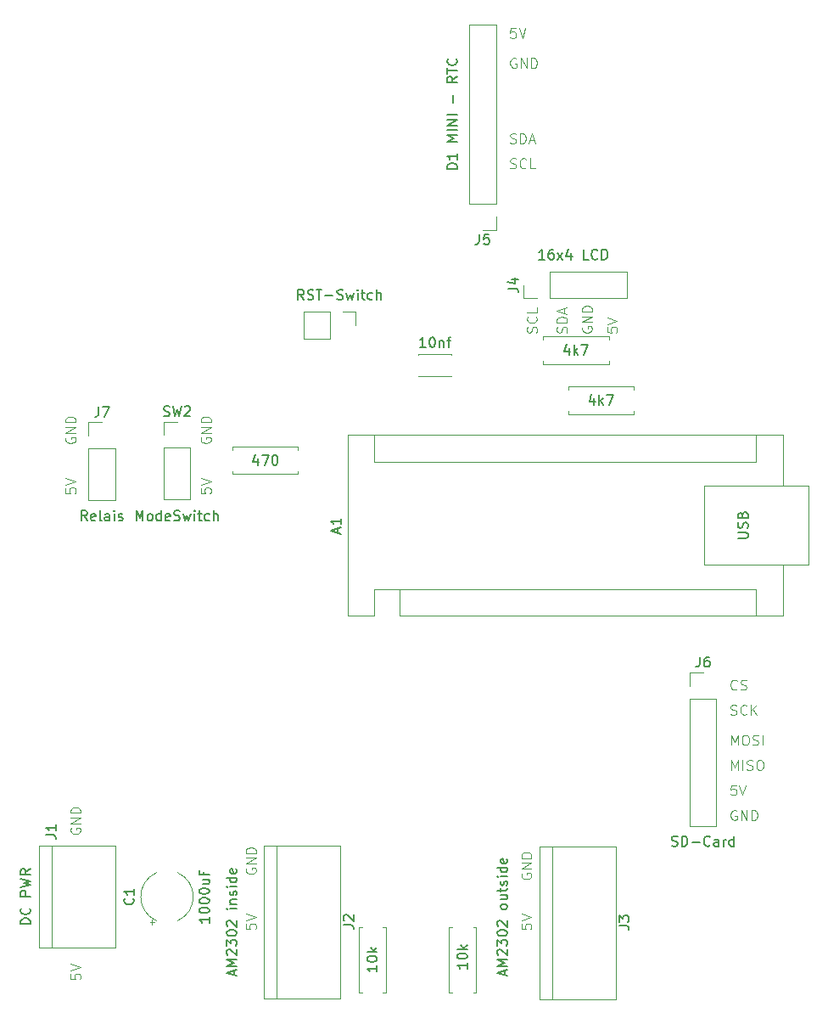
<source format=gbr>
%TF.GenerationSoftware,KiCad,Pcbnew,8.0.2*%
%TF.CreationDate,2024-06-03T18:55:52+02:00*%
%TF.ProjectId,Taupunkt,54617570-756e-46b7-942e-6b696361645f,rev?*%
%TF.SameCoordinates,Original*%
%TF.FileFunction,Legend,Top*%
%TF.FilePolarity,Positive*%
%FSLAX46Y46*%
G04 Gerber Fmt 4.6, Leading zero omitted, Abs format (unit mm)*
G04 Created by KiCad (PCBNEW 8.0.2) date 2024-06-03 18:55:52*
%MOMM*%
%LPD*%
G01*
G04 APERTURE LIST*
%ADD10C,0.100000*%
%ADD11C,0.150000*%
%ADD12C,0.120000*%
G04 APERTURE END LIST*
D10*
X122803884Y-134872419D02*
X122803884Y-133872419D01*
X122803884Y-133872419D02*
X123137217Y-134586704D01*
X123137217Y-134586704D02*
X123470550Y-133872419D01*
X123470550Y-133872419D02*
X123470550Y-134872419D01*
X124137217Y-133872419D02*
X124327693Y-133872419D01*
X124327693Y-133872419D02*
X124422931Y-133920038D01*
X124422931Y-133920038D02*
X124518169Y-134015276D01*
X124518169Y-134015276D02*
X124565788Y-134205752D01*
X124565788Y-134205752D02*
X124565788Y-134539085D01*
X124565788Y-134539085D02*
X124518169Y-134729561D01*
X124518169Y-134729561D02*
X124422931Y-134824800D01*
X124422931Y-134824800D02*
X124327693Y-134872419D01*
X124327693Y-134872419D02*
X124137217Y-134872419D01*
X124137217Y-134872419D02*
X124041979Y-134824800D01*
X124041979Y-134824800D02*
X123946741Y-134729561D01*
X123946741Y-134729561D02*
X123899122Y-134539085D01*
X123899122Y-134539085D02*
X123899122Y-134205752D01*
X123899122Y-134205752D02*
X123946741Y-134015276D01*
X123946741Y-134015276D02*
X124041979Y-133920038D01*
X124041979Y-133920038D02*
X124137217Y-133872419D01*
X124946741Y-134824800D02*
X125089598Y-134872419D01*
X125089598Y-134872419D02*
X125327693Y-134872419D01*
X125327693Y-134872419D02*
X125422931Y-134824800D01*
X125422931Y-134824800D02*
X125470550Y-134777180D01*
X125470550Y-134777180D02*
X125518169Y-134681942D01*
X125518169Y-134681942D02*
X125518169Y-134586704D01*
X125518169Y-134586704D02*
X125470550Y-134491466D01*
X125470550Y-134491466D02*
X125422931Y-134443847D01*
X125422931Y-134443847D02*
X125327693Y-134396228D01*
X125327693Y-134396228D02*
X125137217Y-134348609D01*
X125137217Y-134348609D02*
X125041979Y-134300990D01*
X125041979Y-134300990D02*
X124994360Y-134253371D01*
X124994360Y-134253371D02*
X124946741Y-134158133D01*
X124946741Y-134158133D02*
X124946741Y-134062895D01*
X124946741Y-134062895D02*
X124994360Y-133967657D01*
X124994360Y-133967657D02*
X125041979Y-133920038D01*
X125041979Y-133920038D02*
X125137217Y-133872419D01*
X125137217Y-133872419D02*
X125375312Y-133872419D01*
X125375312Y-133872419D02*
X125518169Y-133920038D01*
X125946741Y-134872419D02*
X125946741Y-133872419D01*
X106364800Y-93743734D02*
X106412419Y-93600877D01*
X106412419Y-93600877D02*
X106412419Y-93362782D01*
X106412419Y-93362782D02*
X106364800Y-93267544D01*
X106364800Y-93267544D02*
X106317180Y-93219925D01*
X106317180Y-93219925D02*
X106221942Y-93172306D01*
X106221942Y-93172306D02*
X106126704Y-93172306D01*
X106126704Y-93172306D02*
X106031466Y-93219925D01*
X106031466Y-93219925D02*
X105983847Y-93267544D01*
X105983847Y-93267544D02*
X105936228Y-93362782D01*
X105936228Y-93362782D02*
X105888609Y-93553258D01*
X105888609Y-93553258D02*
X105840990Y-93648496D01*
X105840990Y-93648496D02*
X105793371Y-93696115D01*
X105793371Y-93696115D02*
X105698133Y-93743734D01*
X105698133Y-93743734D02*
X105602895Y-93743734D01*
X105602895Y-93743734D02*
X105507657Y-93696115D01*
X105507657Y-93696115D02*
X105460038Y-93648496D01*
X105460038Y-93648496D02*
X105412419Y-93553258D01*
X105412419Y-93553258D02*
X105412419Y-93315163D01*
X105412419Y-93315163D02*
X105460038Y-93172306D01*
X106412419Y-92743734D02*
X105412419Y-92743734D01*
X105412419Y-92743734D02*
X105412419Y-92505639D01*
X105412419Y-92505639D02*
X105460038Y-92362782D01*
X105460038Y-92362782D02*
X105555276Y-92267544D01*
X105555276Y-92267544D02*
X105650514Y-92219925D01*
X105650514Y-92219925D02*
X105840990Y-92172306D01*
X105840990Y-92172306D02*
X105983847Y-92172306D01*
X105983847Y-92172306D02*
X106174323Y-92219925D01*
X106174323Y-92219925D02*
X106269561Y-92267544D01*
X106269561Y-92267544D02*
X106364800Y-92362782D01*
X106364800Y-92362782D02*
X106412419Y-92505639D01*
X106412419Y-92505639D02*
X106412419Y-92743734D01*
X106126704Y-91791353D02*
X106126704Y-91315163D01*
X106412419Y-91886591D02*
X105412419Y-91553258D01*
X105412419Y-91553258D02*
X106412419Y-91219925D01*
X74420038Y-147172306D02*
X74372419Y-147267544D01*
X74372419Y-147267544D02*
X74372419Y-147410401D01*
X74372419Y-147410401D02*
X74420038Y-147553258D01*
X74420038Y-147553258D02*
X74515276Y-147648496D01*
X74515276Y-147648496D02*
X74610514Y-147696115D01*
X74610514Y-147696115D02*
X74800990Y-147743734D01*
X74800990Y-147743734D02*
X74943847Y-147743734D01*
X74943847Y-147743734D02*
X75134323Y-147696115D01*
X75134323Y-147696115D02*
X75229561Y-147648496D01*
X75229561Y-147648496D02*
X75324800Y-147553258D01*
X75324800Y-147553258D02*
X75372419Y-147410401D01*
X75372419Y-147410401D02*
X75372419Y-147315163D01*
X75372419Y-147315163D02*
X75324800Y-147172306D01*
X75324800Y-147172306D02*
X75277180Y-147124687D01*
X75277180Y-147124687D02*
X74943847Y-147124687D01*
X74943847Y-147124687D02*
X74943847Y-147315163D01*
X75372419Y-146696115D02*
X74372419Y-146696115D01*
X74372419Y-146696115D02*
X75372419Y-146124687D01*
X75372419Y-146124687D02*
X74372419Y-146124687D01*
X75372419Y-145648496D02*
X74372419Y-145648496D01*
X74372419Y-145648496D02*
X74372419Y-145410401D01*
X74372419Y-145410401D02*
X74420038Y-145267544D01*
X74420038Y-145267544D02*
X74515276Y-145172306D01*
X74515276Y-145172306D02*
X74610514Y-145124687D01*
X74610514Y-145124687D02*
X74800990Y-145077068D01*
X74800990Y-145077068D02*
X74943847Y-145077068D01*
X74943847Y-145077068D02*
X75134323Y-145124687D01*
X75134323Y-145124687D02*
X75229561Y-145172306D01*
X75229561Y-145172306D02*
X75324800Y-145267544D01*
X75324800Y-145267544D02*
X75372419Y-145410401D01*
X75372419Y-145410401D02*
X75372419Y-145648496D01*
X110412419Y-93219925D02*
X110412419Y-93696115D01*
X110412419Y-93696115D02*
X110888609Y-93743734D01*
X110888609Y-93743734D02*
X110840990Y-93696115D01*
X110840990Y-93696115D02*
X110793371Y-93600877D01*
X110793371Y-93600877D02*
X110793371Y-93362782D01*
X110793371Y-93362782D02*
X110840990Y-93267544D01*
X110840990Y-93267544D02*
X110888609Y-93219925D01*
X110888609Y-93219925D02*
X110983847Y-93172306D01*
X110983847Y-93172306D02*
X111221942Y-93172306D01*
X111221942Y-93172306D02*
X111317180Y-93219925D01*
X111317180Y-93219925D02*
X111364800Y-93267544D01*
X111364800Y-93267544D02*
X111412419Y-93362782D01*
X111412419Y-93362782D02*
X111412419Y-93600877D01*
X111412419Y-93600877D02*
X111364800Y-93696115D01*
X111364800Y-93696115D02*
X111317180Y-93743734D01*
X110412419Y-92886591D02*
X111412419Y-92553258D01*
X111412419Y-92553258D02*
X110412419Y-92219925D01*
X56372419Y-109259925D02*
X56372419Y-109736115D01*
X56372419Y-109736115D02*
X56848609Y-109783734D01*
X56848609Y-109783734D02*
X56800990Y-109736115D01*
X56800990Y-109736115D02*
X56753371Y-109640877D01*
X56753371Y-109640877D02*
X56753371Y-109402782D01*
X56753371Y-109402782D02*
X56800990Y-109307544D01*
X56800990Y-109307544D02*
X56848609Y-109259925D01*
X56848609Y-109259925D02*
X56943847Y-109212306D01*
X56943847Y-109212306D02*
X57181942Y-109212306D01*
X57181942Y-109212306D02*
X57277180Y-109259925D01*
X57277180Y-109259925D02*
X57324800Y-109307544D01*
X57324800Y-109307544D02*
X57372419Y-109402782D01*
X57372419Y-109402782D02*
X57372419Y-109640877D01*
X57372419Y-109640877D02*
X57324800Y-109736115D01*
X57324800Y-109736115D02*
X57277180Y-109783734D01*
X56372419Y-108926591D02*
X57372419Y-108593258D01*
X57372419Y-108593258D02*
X56372419Y-108259925D01*
X69920038Y-104212306D02*
X69872419Y-104307544D01*
X69872419Y-104307544D02*
X69872419Y-104450401D01*
X69872419Y-104450401D02*
X69920038Y-104593258D01*
X69920038Y-104593258D02*
X70015276Y-104688496D01*
X70015276Y-104688496D02*
X70110514Y-104736115D01*
X70110514Y-104736115D02*
X70300990Y-104783734D01*
X70300990Y-104783734D02*
X70443847Y-104783734D01*
X70443847Y-104783734D02*
X70634323Y-104736115D01*
X70634323Y-104736115D02*
X70729561Y-104688496D01*
X70729561Y-104688496D02*
X70824800Y-104593258D01*
X70824800Y-104593258D02*
X70872419Y-104450401D01*
X70872419Y-104450401D02*
X70872419Y-104355163D01*
X70872419Y-104355163D02*
X70824800Y-104212306D01*
X70824800Y-104212306D02*
X70777180Y-104164687D01*
X70777180Y-104164687D02*
X70443847Y-104164687D01*
X70443847Y-104164687D02*
X70443847Y-104355163D01*
X70872419Y-103736115D02*
X69872419Y-103736115D01*
X69872419Y-103736115D02*
X70872419Y-103164687D01*
X70872419Y-103164687D02*
X69872419Y-103164687D01*
X70872419Y-102688496D02*
X69872419Y-102688496D01*
X69872419Y-102688496D02*
X69872419Y-102450401D01*
X69872419Y-102450401D02*
X69920038Y-102307544D01*
X69920038Y-102307544D02*
X70015276Y-102212306D01*
X70015276Y-102212306D02*
X70110514Y-102164687D01*
X70110514Y-102164687D02*
X70300990Y-102117068D01*
X70300990Y-102117068D02*
X70443847Y-102117068D01*
X70443847Y-102117068D02*
X70634323Y-102164687D01*
X70634323Y-102164687D02*
X70729561Y-102212306D01*
X70729561Y-102212306D02*
X70824800Y-102307544D01*
X70824800Y-102307544D02*
X70872419Y-102450401D01*
X70872419Y-102450401D02*
X70872419Y-102688496D01*
X69872419Y-109259925D02*
X69872419Y-109736115D01*
X69872419Y-109736115D02*
X70348609Y-109783734D01*
X70348609Y-109783734D02*
X70300990Y-109736115D01*
X70300990Y-109736115D02*
X70253371Y-109640877D01*
X70253371Y-109640877D02*
X70253371Y-109402782D01*
X70253371Y-109402782D02*
X70300990Y-109307544D01*
X70300990Y-109307544D02*
X70348609Y-109259925D01*
X70348609Y-109259925D02*
X70443847Y-109212306D01*
X70443847Y-109212306D02*
X70681942Y-109212306D01*
X70681942Y-109212306D02*
X70777180Y-109259925D01*
X70777180Y-109259925D02*
X70824800Y-109307544D01*
X70824800Y-109307544D02*
X70872419Y-109402782D01*
X70872419Y-109402782D02*
X70872419Y-109640877D01*
X70872419Y-109640877D02*
X70824800Y-109736115D01*
X70824800Y-109736115D02*
X70777180Y-109783734D01*
X69872419Y-108926591D02*
X70872419Y-108593258D01*
X70872419Y-108593258D02*
X69872419Y-108259925D01*
X123375312Y-129277180D02*
X123327693Y-129324800D01*
X123327693Y-129324800D02*
X123184836Y-129372419D01*
X123184836Y-129372419D02*
X123089598Y-129372419D01*
X123089598Y-129372419D02*
X122946741Y-129324800D01*
X122946741Y-129324800D02*
X122851503Y-129229561D01*
X122851503Y-129229561D02*
X122803884Y-129134323D01*
X122803884Y-129134323D02*
X122756265Y-128943847D01*
X122756265Y-128943847D02*
X122756265Y-128800990D01*
X122756265Y-128800990D02*
X122803884Y-128610514D01*
X122803884Y-128610514D02*
X122851503Y-128515276D01*
X122851503Y-128515276D02*
X122946741Y-128420038D01*
X122946741Y-128420038D02*
X123089598Y-128372419D01*
X123089598Y-128372419D02*
X123184836Y-128372419D01*
X123184836Y-128372419D02*
X123327693Y-128420038D01*
X123327693Y-128420038D02*
X123375312Y-128467657D01*
X123756265Y-129324800D02*
X123899122Y-129372419D01*
X123899122Y-129372419D02*
X124137217Y-129372419D01*
X124137217Y-129372419D02*
X124232455Y-129324800D01*
X124232455Y-129324800D02*
X124280074Y-129277180D01*
X124280074Y-129277180D02*
X124327693Y-129181942D01*
X124327693Y-129181942D02*
X124327693Y-129086704D01*
X124327693Y-129086704D02*
X124280074Y-128991466D01*
X124280074Y-128991466D02*
X124232455Y-128943847D01*
X124232455Y-128943847D02*
X124137217Y-128896228D01*
X124137217Y-128896228D02*
X123946741Y-128848609D01*
X123946741Y-128848609D02*
X123851503Y-128800990D01*
X123851503Y-128800990D02*
X123803884Y-128753371D01*
X123803884Y-128753371D02*
X123756265Y-128658133D01*
X123756265Y-128658133D02*
X123756265Y-128562895D01*
X123756265Y-128562895D02*
X123803884Y-128467657D01*
X123803884Y-128467657D02*
X123851503Y-128420038D01*
X123851503Y-128420038D02*
X123946741Y-128372419D01*
X123946741Y-128372419D02*
X124184836Y-128372419D01*
X124184836Y-128372419D02*
X124327693Y-128420038D01*
X122756265Y-131824800D02*
X122899122Y-131872419D01*
X122899122Y-131872419D02*
X123137217Y-131872419D01*
X123137217Y-131872419D02*
X123232455Y-131824800D01*
X123232455Y-131824800D02*
X123280074Y-131777180D01*
X123280074Y-131777180D02*
X123327693Y-131681942D01*
X123327693Y-131681942D02*
X123327693Y-131586704D01*
X123327693Y-131586704D02*
X123280074Y-131491466D01*
X123280074Y-131491466D02*
X123232455Y-131443847D01*
X123232455Y-131443847D02*
X123137217Y-131396228D01*
X123137217Y-131396228D02*
X122946741Y-131348609D01*
X122946741Y-131348609D02*
X122851503Y-131300990D01*
X122851503Y-131300990D02*
X122803884Y-131253371D01*
X122803884Y-131253371D02*
X122756265Y-131158133D01*
X122756265Y-131158133D02*
X122756265Y-131062895D01*
X122756265Y-131062895D02*
X122803884Y-130967657D01*
X122803884Y-130967657D02*
X122851503Y-130920038D01*
X122851503Y-130920038D02*
X122946741Y-130872419D01*
X122946741Y-130872419D02*
X123184836Y-130872419D01*
X123184836Y-130872419D02*
X123327693Y-130920038D01*
X124327693Y-131777180D02*
X124280074Y-131824800D01*
X124280074Y-131824800D02*
X124137217Y-131872419D01*
X124137217Y-131872419D02*
X124041979Y-131872419D01*
X124041979Y-131872419D02*
X123899122Y-131824800D01*
X123899122Y-131824800D02*
X123803884Y-131729561D01*
X123803884Y-131729561D02*
X123756265Y-131634323D01*
X123756265Y-131634323D02*
X123708646Y-131443847D01*
X123708646Y-131443847D02*
X123708646Y-131300990D01*
X123708646Y-131300990D02*
X123756265Y-131110514D01*
X123756265Y-131110514D02*
X123803884Y-131015276D01*
X123803884Y-131015276D02*
X123899122Y-130920038D01*
X123899122Y-130920038D02*
X124041979Y-130872419D01*
X124041979Y-130872419D02*
X124137217Y-130872419D01*
X124137217Y-130872419D02*
X124280074Y-130920038D01*
X124280074Y-130920038D02*
X124327693Y-130967657D01*
X124756265Y-131872419D02*
X124756265Y-130872419D01*
X125327693Y-131872419D02*
X124899122Y-131300990D01*
X125327693Y-130872419D02*
X124756265Y-131443847D01*
X56920038Y-143172306D02*
X56872419Y-143267544D01*
X56872419Y-143267544D02*
X56872419Y-143410401D01*
X56872419Y-143410401D02*
X56920038Y-143553258D01*
X56920038Y-143553258D02*
X57015276Y-143648496D01*
X57015276Y-143648496D02*
X57110514Y-143696115D01*
X57110514Y-143696115D02*
X57300990Y-143743734D01*
X57300990Y-143743734D02*
X57443847Y-143743734D01*
X57443847Y-143743734D02*
X57634323Y-143696115D01*
X57634323Y-143696115D02*
X57729561Y-143648496D01*
X57729561Y-143648496D02*
X57824800Y-143553258D01*
X57824800Y-143553258D02*
X57872419Y-143410401D01*
X57872419Y-143410401D02*
X57872419Y-143315163D01*
X57872419Y-143315163D02*
X57824800Y-143172306D01*
X57824800Y-143172306D02*
X57777180Y-143124687D01*
X57777180Y-143124687D02*
X57443847Y-143124687D01*
X57443847Y-143124687D02*
X57443847Y-143315163D01*
X57872419Y-142696115D02*
X56872419Y-142696115D01*
X56872419Y-142696115D02*
X57872419Y-142124687D01*
X57872419Y-142124687D02*
X56872419Y-142124687D01*
X57872419Y-141648496D02*
X56872419Y-141648496D01*
X56872419Y-141648496D02*
X56872419Y-141410401D01*
X56872419Y-141410401D02*
X56920038Y-141267544D01*
X56920038Y-141267544D02*
X57015276Y-141172306D01*
X57015276Y-141172306D02*
X57110514Y-141124687D01*
X57110514Y-141124687D02*
X57300990Y-141077068D01*
X57300990Y-141077068D02*
X57443847Y-141077068D01*
X57443847Y-141077068D02*
X57634323Y-141124687D01*
X57634323Y-141124687D02*
X57729561Y-141172306D01*
X57729561Y-141172306D02*
X57824800Y-141267544D01*
X57824800Y-141267544D02*
X57872419Y-141410401D01*
X57872419Y-141410401D02*
X57872419Y-141648496D01*
X56872419Y-157719925D02*
X56872419Y-158196115D01*
X56872419Y-158196115D02*
X57348609Y-158243734D01*
X57348609Y-158243734D02*
X57300990Y-158196115D01*
X57300990Y-158196115D02*
X57253371Y-158100877D01*
X57253371Y-158100877D02*
X57253371Y-157862782D01*
X57253371Y-157862782D02*
X57300990Y-157767544D01*
X57300990Y-157767544D02*
X57348609Y-157719925D01*
X57348609Y-157719925D02*
X57443847Y-157672306D01*
X57443847Y-157672306D02*
X57681942Y-157672306D01*
X57681942Y-157672306D02*
X57777180Y-157719925D01*
X57777180Y-157719925D02*
X57824800Y-157767544D01*
X57824800Y-157767544D02*
X57872419Y-157862782D01*
X57872419Y-157862782D02*
X57872419Y-158100877D01*
X57872419Y-158100877D02*
X57824800Y-158196115D01*
X57824800Y-158196115D02*
X57777180Y-158243734D01*
X56872419Y-157386591D02*
X57872419Y-157053258D01*
X57872419Y-157053258D02*
X56872419Y-156719925D01*
X56420038Y-104212306D02*
X56372419Y-104307544D01*
X56372419Y-104307544D02*
X56372419Y-104450401D01*
X56372419Y-104450401D02*
X56420038Y-104593258D01*
X56420038Y-104593258D02*
X56515276Y-104688496D01*
X56515276Y-104688496D02*
X56610514Y-104736115D01*
X56610514Y-104736115D02*
X56800990Y-104783734D01*
X56800990Y-104783734D02*
X56943847Y-104783734D01*
X56943847Y-104783734D02*
X57134323Y-104736115D01*
X57134323Y-104736115D02*
X57229561Y-104688496D01*
X57229561Y-104688496D02*
X57324800Y-104593258D01*
X57324800Y-104593258D02*
X57372419Y-104450401D01*
X57372419Y-104450401D02*
X57372419Y-104355163D01*
X57372419Y-104355163D02*
X57324800Y-104212306D01*
X57324800Y-104212306D02*
X57277180Y-104164687D01*
X57277180Y-104164687D02*
X56943847Y-104164687D01*
X56943847Y-104164687D02*
X56943847Y-104355163D01*
X57372419Y-103736115D02*
X56372419Y-103736115D01*
X56372419Y-103736115D02*
X57372419Y-103164687D01*
X57372419Y-103164687D02*
X56372419Y-103164687D01*
X57372419Y-102688496D02*
X56372419Y-102688496D01*
X56372419Y-102688496D02*
X56372419Y-102450401D01*
X56372419Y-102450401D02*
X56420038Y-102307544D01*
X56420038Y-102307544D02*
X56515276Y-102212306D01*
X56515276Y-102212306D02*
X56610514Y-102164687D01*
X56610514Y-102164687D02*
X56800990Y-102117068D01*
X56800990Y-102117068D02*
X56943847Y-102117068D01*
X56943847Y-102117068D02*
X57134323Y-102164687D01*
X57134323Y-102164687D02*
X57229561Y-102212306D01*
X57229561Y-102212306D02*
X57324800Y-102307544D01*
X57324800Y-102307544D02*
X57372419Y-102450401D01*
X57372419Y-102450401D02*
X57372419Y-102688496D01*
X100756265Y-74824800D02*
X100899122Y-74872419D01*
X100899122Y-74872419D02*
X101137217Y-74872419D01*
X101137217Y-74872419D02*
X101232455Y-74824800D01*
X101232455Y-74824800D02*
X101280074Y-74777180D01*
X101280074Y-74777180D02*
X101327693Y-74681942D01*
X101327693Y-74681942D02*
X101327693Y-74586704D01*
X101327693Y-74586704D02*
X101280074Y-74491466D01*
X101280074Y-74491466D02*
X101232455Y-74443847D01*
X101232455Y-74443847D02*
X101137217Y-74396228D01*
X101137217Y-74396228D02*
X100946741Y-74348609D01*
X100946741Y-74348609D02*
X100851503Y-74300990D01*
X100851503Y-74300990D02*
X100803884Y-74253371D01*
X100803884Y-74253371D02*
X100756265Y-74158133D01*
X100756265Y-74158133D02*
X100756265Y-74062895D01*
X100756265Y-74062895D02*
X100803884Y-73967657D01*
X100803884Y-73967657D02*
X100851503Y-73920038D01*
X100851503Y-73920038D02*
X100946741Y-73872419D01*
X100946741Y-73872419D02*
X101184836Y-73872419D01*
X101184836Y-73872419D02*
X101327693Y-73920038D01*
X101756265Y-74872419D02*
X101756265Y-73872419D01*
X101756265Y-73872419D02*
X101994360Y-73872419D01*
X101994360Y-73872419D02*
X102137217Y-73920038D01*
X102137217Y-73920038D02*
X102232455Y-74015276D01*
X102232455Y-74015276D02*
X102280074Y-74110514D01*
X102280074Y-74110514D02*
X102327693Y-74300990D01*
X102327693Y-74300990D02*
X102327693Y-74443847D01*
X102327693Y-74443847D02*
X102280074Y-74634323D01*
X102280074Y-74634323D02*
X102232455Y-74729561D01*
X102232455Y-74729561D02*
X102137217Y-74824800D01*
X102137217Y-74824800D02*
X101994360Y-74872419D01*
X101994360Y-74872419D02*
X101756265Y-74872419D01*
X102708646Y-74586704D02*
X103184836Y-74586704D01*
X102613408Y-74872419D02*
X102946741Y-73872419D01*
X102946741Y-73872419D02*
X103280074Y-74872419D01*
X107960038Y-93172306D02*
X107912419Y-93267544D01*
X107912419Y-93267544D02*
X107912419Y-93410401D01*
X107912419Y-93410401D02*
X107960038Y-93553258D01*
X107960038Y-93553258D02*
X108055276Y-93648496D01*
X108055276Y-93648496D02*
X108150514Y-93696115D01*
X108150514Y-93696115D02*
X108340990Y-93743734D01*
X108340990Y-93743734D02*
X108483847Y-93743734D01*
X108483847Y-93743734D02*
X108674323Y-93696115D01*
X108674323Y-93696115D02*
X108769561Y-93648496D01*
X108769561Y-93648496D02*
X108864800Y-93553258D01*
X108864800Y-93553258D02*
X108912419Y-93410401D01*
X108912419Y-93410401D02*
X108912419Y-93315163D01*
X108912419Y-93315163D02*
X108864800Y-93172306D01*
X108864800Y-93172306D02*
X108817180Y-93124687D01*
X108817180Y-93124687D02*
X108483847Y-93124687D01*
X108483847Y-93124687D02*
X108483847Y-93315163D01*
X108912419Y-92696115D02*
X107912419Y-92696115D01*
X107912419Y-92696115D02*
X108912419Y-92124687D01*
X108912419Y-92124687D02*
X107912419Y-92124687D01*
X108912419Y-91648496D02*
X107912419Y-91648496D01*
X107912419Y-91648496D02*
X107912419Y-91410401D01*
X107912419Y-91410401D02*
X107960038Y-91267544D01*
X107960038Y-91267544D02*
X108055276Y-91172306D01*
X108055276Y-91172306D02*
X108150514Y-91124687D01*
X108150514Y-91124687D02*
X108340990Y-91077068D01*
X108340990Y-91077068D02*
X108483847Y-91077068D01*
X108483847Y-91077068D02*
X108674323Y-91124687D01*
X108674323Y-91124687D02*
X108769561Y-91172306D01*
X108769561Y-91172306D02*
X108864800Y-91267544D01*
X108864800Y-91267544D02*
X108912419Y-91410401D01*
X108912419Y-91410401D02*
X108912419Y-91648496D01*
X100756265Y-77324800D02*
X100899122Y-77372419D01*
X100899122Y-77372419D02*
X101137217Y-77372419D01*
X101137217Y-77372419D02*
X101232455Y-77324800D01*
X101232455Y-77324800D02*
X101280074Y-77277180D01*
X101280074Y-77277180D02*
X101327693Y-77181942D01*
X101327693Y-77181942D02*
X101327693Y-77086704D01*
X101327693Y-77086704D02*
X101280074Y-76991466D01*
X101280074Y-76991466D02*
X101232455Y-76943847D01*
X101232455Y-76943847D02*
X101137217Y-76896228D01*
X101137217Y-76896228D02*
X100946741Y-76848609D01*
X100946741Y-76848609D02*
X100851503Y-76800990D01*
X100851503Y-76800990D02*
X100803884Y-76753371D01*
X100803884Y-76753371D02*
X100756265Y-76658133D01*
X100756265Y-76658133D02*
X100756265Y-76562895D01*
X100756265Y-76562895D02*
X100803884Y-76467657D01*
X100803884Y-76467657D02*
X100851503Y-76420038D01*
X100851503Y-76420038D02*
X100946741Y-76372419D01*
X100946741Y-76372419D02*
X101184836Y-76372419D01*
X101184836Y-76372419D02*
X101327693Y-76420038D01*
X102327693Y-77277180D02*
X102280074Y-77324800D01*
X102280074Y-77324800D02*
X102137217Y-77372419D01*
X102137217Y-77372419D02*
X102041979Y-77372419D01*
X102041979Y-77372419D02*
X101899122Y-77324800D01*
X101899122Y-77324800D02*
X101803884Y-77229561D01*
X101803884Y-77229561D02*
X101756265Y-77134323D01*
X101756265Y-77134323D02*
X101708646Y-76943847D01*
X101708646Y-76943847D02*
X101708646Y-76800990D01*
X101708646Y-76800990D02*
X101756265Y-76610514D01*
X101756265Y-76610514D02*
X101803884Y-76515276D01*
X101803884Y-76515276D02*
X101899122Y-76420038D01*
X101899122Y-76420038D02*
X102041979Y-76372419D01*
X102041979Y-76372419D02*
X102137217Y-76372419D01*
X102137217Y-76372419D02*
X102280074Y-76420038D01*
X102280074Y-76420038D02*
X102327693Y-76467657D01*
X103232455Y-77372419D02*
X102756265Y-77372419D01*
X102756265Y-77372419D02*
X102756265Y-76372419D01*
X122803884Y-137372419D02*
X122803884Y-136372419D01*
X122803884Y-136372419D02*
X123137217Y-137086704D01*
X123137217Y-137086704D02*
X123470550Y-136372419D01*
X123470550Y-136372419D02*
X123470550Y-137372419D01*
X123946741Y-137372419D02*
X123946741Y-136372419D01*
X124375312Y-137324800D02*
X124518169Y-137372419D01*
X124518169Y-137372419D02*
X124756264Y-137372419D01*
X124756264Y-137372419D02*
X124851502Y-137324800D01*
X124851502Y-137324800D02*
X124899121Y-137277180D01*
X124899121Y-137277180D02*
X124946740Y-137181942D01*
X124946740Y-137181942D02*
X124946740Y-137086704D01*
X124946740Y-137086704D02*
X124899121Y-136991466D01*
X124899121Y-136991466D02*
X124851502Y-136943847D01*
X124851502Y-136943847D02*
X124756264Y-136896228D01*
X124756264Y-136896228D02*
X124565788Y-136848609D01*
X124565788Y-136848609D02*
X124470550Y-136800990D01*
X124470550Y-136800990D02*
X124422931Y-136753371D01*
X124422931Y-136753371D02*
X124375312Y-136658133D01*
X124375312Y-136658133D02*
X124375312Y-136562895D01*
X124375312Y-136562895D02*
X124422931Y-136467657D01*
X124422931Y-136467657D02*
X124470550Y-136420038D01*
X124470550Y-136420038D02*
X124565788Y-136372419D01*
X124565788Y-136372419D02*
X124803883Y-136372419D01*
X124803883Y-136372419D02*
X124946740Y-136420038D01*
X125565788Y-136372419D02*
X125756264Y-136372419D01*
X125756264Y-136372419D02*
X125851502Y-136420038D01*
X125851502Y-136420038D02*
X125946740Y-136515276D01*
X125946740Y-136515276D02*
X125994359Y-136705752D01*
X125994359Y-136705752D02*
X125994359Y-137039085D01*
X125994359Y-137039085D02*
X125946740Y-137229561D01*
X125946740Y-137229561D02*
X125851502Y-137324800D01*
X125851502Y-137324800D02*
X125756264Y-137372419D01*
X125756264Y-137372419D02*
X125565788Y-137372419D01*
X125565788Y-137372419D02*
X125470550Y-137324800D01*
X125470550Y-137324800D02*
X125375312Y-137229561D01*
X125375312Y-137229561D02*
X125327693Y-137039085D01*
X125327693Y-137039085D02*
X125327693Y-136705752D01*
X125327693Y-136705752D02*
X125375312Y-136515276D01*
X125375312Y-136515276D02*
X125470550Y-136420038D01*
X125470550Y-136420038D02*
X125565788Y-136372419D01*
X103364800Y-93743734D02*
X103412419Y-93600877D01*
X103412419Y-93600877D02*
X103412419Y-93362782D01*
X103412419Y-93362782D02*
X103364800Y-93267544D01*
X103364800Y-93267544D02*
X103317180Y-93219925D01*
X103317180Y-93219925D02*
X103221942Y-93172306D01*
X103221942Y-93172306D02*
X103126704Y-93172306D01*
X103126704Y-93172306D02*
X103031466Y-93219925D01*
X103031466Y-93219925D02*
X102983847Y-93267544D01*
X102983847Y-93267544D02*
X102936228Y-93362782D01*
X102936228Y-93362782D02*
X102888609Y-93553258D01*
X102888609Y-93553258D02*
X102840990Y-93648496D01*
X102840990Y-93648496D02*
X102793371Y-93696115D01*
X102793371Y-93696115D02*
X102698133Y-93743734D01*
X102698133Y-93743734D02*
X102602895Y-93743734D01*
X102602895Y-93743734D02*
X102507657Y-93696115D01*
X102507657Y-93696115D02*
X102460038Y-93648496D01*
X102460038Y-93648496D02*
X102412419Y-93553258D01*
X102412419Y-93553258D02*
X102412419Y-93315163D01*
X102412419Y-93315163D02*
X102460038Y-93172306D01*
X103317180Y-92172306D02*
X103364800Y-92219925D01*
X103364800Y-92219925D02*
X103412419Y-92362782D01*
X103412419Y-92362782D02*
X103412419Y-92458020D01*
X103412419Y-92458020D02*
X103364800Y-92600877D01*
X103364800Y-92600877D02*
X103269561Y-92696115D01*
X103269561Y-92696115D02*
X103174323Y-92743734D01*
X103174323Y-92743734D02*
X102983847Y-92791353D01*
X102983847Y-92791353D02*
X102840990Y-92791353D01*
X102840990Y-92791353D02*
X102650514Y-92743734D01*
X102650514Y-92743734D02*
X102555276Y-92696115D01*
X102555276Y-92696115D02*
X102460038Y-92600877D01*
X102460038Y-92600877D02*
X102412419Y-92458020D01*
X102412419Y-92458020D02*
X102412419Y-92362782D01*
X102412419Y-92362782D02*
X102460038Y-92219925D01*
X102460038Y-92219925D02*
X102507657Y-92172306D01*
X103412419Y-91267544D02*
X103412419Y-91743734D01*
X103412419Y-91743734D02*
X102412419Y-91743734D01*
X74372419Y-152719925D02*
X74372419Y-153196115D01*
X74372419Y-153196115D02*
X74848609Y-153243734D01*
X74848609Y-153243734D02*
X74800990Y-153196115D01*
X74800990Y-153196115D02*
X74753371Y-153100877D01*
X74753371Y-153100877D02*
X74753371Y-152862782D01*
X74753371Y-152862782D02*
X74800990Y-152767544D01*
X74800990Y-152767544D02*
X74848609Y-152719925D01*
X74848609Y-152719925D02*
X74943847Y-152672306D01*
X74943847Y-152672306D02*
X75181942Y-152672306D01*
X75181942Y-152672306D02*
X75277180Y-152719925D01*
X75277180Y-152719925D02*
X75324800Y-152767544D01*
X75324800Y-152767544D02*
X75372419Y-152862782D01*
X75372419Y-152862782D02*
X75372419Y-153100877D01*
X75372419Y-153100877D02*
X75324800Y-153196115D01*
X75324800Y-153196115D02*
X75277180Y-153243734D01*
X74372419Y-152386591D02*
X75372419Y-152053258D01*
X75372419Y-152053258D02*
X74372419Y-151719925D01*
X101872419Y-152719925D02*
X101872419Y-153196115D01*
X101872419Y-153196115D02*
X102348609Y-153243734D01*
X102348609Y-153243734D02*
X102300990Y-153196115D01*
X102300990Y-153196115D02*
X102253371Y-153100877D01*
X102253371Y-153100877D02*
X102253371Y-152862782D01*
X102253371Y-152862782D02*
X102300990Y-152767544D01*
X102300990Y-152767544D02*
X102348609Y-152719925D01*
X102348609Y-152719925D02*
X102443847Y-152672306D01*
X102443847Y-152672306D02*
X102681942Y-152672306D01*
X102681942Y-152672306D02*
X102777180Y-152719925D01*
X102777180Y-152719925D02*
X102824800Y-152767544D01*
X102824800Y-152767544D02*
X102872419Y-152862782D01*
X102872419Y-152862782D02*
X102872419Y-153100877D01*
X102872419Y-153100877D02*
X102824800Y-153196115D01*
X102824800Y-153196115D02*
X102777180Y-153243734D01*
X101872419Y-152386591D02*
X102872419Y-152053258D01*
X102872419Y-152053258D02*
X101872419Y-151719925D01*
X123280074Y-138872419D02*
X122803884Y-138872419D01*
X122803884Y-138872419D02*
X122756265Y-139348609D01*
X122756265Y-139348609D02*
X122803884Y-139300990D01*
X122803884Y-139300990D02*
X122899122Y-139253371D01*
X122899122Y-139253371D02*
X123137217Y-139253371D01*
X123137217Y-139253371D02*
X123232455Y-139300990D01*
X123232455Y-139300990D02*
X123280074Y-139348609D01*
X123280074Y-139348609D02*
X123327693Y-139443847D01*
X123327693Y-139443847D02*
X123327693Y-139681942D01*
X123327693Y-139681942D02*
X123280074Y-139777180D01*
X123280074Y-139777180D02*
X123232455Y-139824800D01*
X123232455Y-139824800D02*
X123137217Y-139872419D01*
X123137217Y-139872419D02*
X122899122Y-139872419D01*
X122899122Y-139872419D02*
X122803884Y-139824800D01*
X122803884Y-139824800D02*
X122756265Y-139777180D01*
X123613408Y-138872419D02*
X123946741Y-139872419D01*
X123946741Y-139872419D02*
X124280074Y-138872419D01*
X101920038Y-147672306D02*
X101872419Y-147767544D01*
X101872419Y-147767544D02*
X101872419Y-147910401D01*
X101872419Y-147910401D02*
X101920038Y-148053258D01*
X101920038Y-148053258D02*
X102015276Y-148148496D01*
X102015276Y-148148496D02*
X102110514Y-148196115D01*
X102110514Y-148196115D02*
X102300990Y-148243734D01*
X102300990Y-148243734D02*
X102443847Y-148243734D01*
X102443847Y-148243734D02*
X102634323Y-148196115D01*
X102634323Y-148196115D02*
X102729561Y-148148496D01*
X102729561Y-148148496D02*
X102824800Y-148053258D01*
X102824800Y-148053258D02*
X102872419Y-147910401D01*
X102872419Y-147910401D02*
X102872419Y-147815163D01*
X102872419Y-147815163D02*
X102824800Y-147672306D01*
X102824800Y-147672306D02*
X102777180Y-147624687D01*
X102777180Y-147624687D02*
X102443847Y-147624687D01*
X102443847Y-147624687D02*
X102443847Y-147815163D01*
X102872419Y-147196115D02*
X101872419Y-147196115D01*
X101872419Y-147196115D02*
X102872419Y-146624687D01*
X102872419Y-146624687D02*
X101872419Y-146624687D01*
X102872419Y-146148496D02*
X101872419Y-146148496D01*
X101872419Y-146148496D02*
X101872419Y-145910401D01*
X101872419Y-145910401D02*
X101920038Y-145767544D01*
X101920038Y-145767544D02*
X102015276Y-145672306D01*
X102015276Y-145672306D02*
X102110514Y-145624687D01*
X102110514Y-145624687D02*
X102300990Y-145577068D01*
X102300990Y-145577068D02*
X102443847Y-145577068D01*
X102443847Y-145577068D02*
X102634323Y-145624687D01*
X102634323Y-145624687D02*
X102729561Y-145672306D01*
X102729561Y-145672306D02*
X102824800Y-145767544D01*
X102824800Y-145767544D02*
X102872419Y-145910401D01*
X102872419Y-145910401D02*
X102872419Y-146148496D01*
X123327693Y-141420038D02*
X123232455Y-141372419D01*
X123232455Y-141372419D02*
X123089598Y-141372419D01*
X123089598Y-141372419D02*
X122946741Y-141420038D01*
X122946741Y-141420038D02*
X122851503Y-141515276D01*
X122851503Y-141515276D02*
X122803884Y-141610514D01*
X122803884Y-141610514D02*
X122756265Y-141800990D01*
X122756265Y-141800990D02*
X122756265Y-141943847D01*
X122756265Y-141943847D02*
X122803884Y-142134323D01*
X122803884Y-142134323D02*
X122851503Y-142229561D01*
X122851503Y-142229561D02*
X122946741Y-142324800D01*
X122946741Y-142324800D02*
X123089598Y-142372419D01*
X123089598Y-142372419D02*
X123184836Y-142372419D01*
X123184836Y-142372419D02*
X123327693Y-142324800D01*
X123327693Y-142324800D02*
X123375312Y-142277180D01*
X123375312Y-142277180D02*
X123375312Y-141943847D01*
X123375312Y-141943847D02*
X123184836Y-141943847D01*
X123803884Y-142372419D02*
X123803884Y-141372419D01*
X123803884Y-141372419D02*
X124375312Y-142372419D01*
X124375312Y-142372419D02*
X124375312Y-141372419D01*
X124851503Y-142372419D02*
X124851503Y-141372419D01*
X124851503Y-141372419D02*
X125089598Y-141372419D01*
X125089598Y-141372419D02*
X125232455Y-141420038D01*
X125232455Y-141420038D02*
X125327693Y-141515276D01*
X125327693Y-141515276D02*
X125375312Y-141610514D01*
X125375312Y-141610514D02*
X125422931Y-141800990D01*
X125422931Y-141800990D02*
X125422931Y-141943847D01*
X125422931Y-141943847D02*
X125375312Y-142134323D01*
X125375312Y-142134323D02*
X125327693Y-142229561D01*
X125327693Y-142229561D02*
X125232455Y-142324800D01*
X125232455Y-142324800D02*
X125089598Y-142372419D01*
X125089598Y-142372419D02*
X124851503Y-142372419D01*
X101327693Y-66420038D02*
X101232455Y-66372419D01*
X101232455Y-66372419D02*
X101089598Y-66372419D01*
X101089598Y-66372419D02*
X100946741Y-66420038D01*
X100946741Y-66420038D02*
X100851503Y-66515276D01*
X100851503Y-66515276D02*
X100803884Y-66610514D01*
X100803884Y-66610514D02*
X100756265Y-66800990D01*
X100756265Y-66800990D02*
X100756265Y-66943847D01*
X100756265Y-66943847D02*
X100803884Y-67134323D01*
X100803884Y-67134323D02*
X100851503Y-67229561D01*
X100851503Y-67229561D02*
X100946741Y-67324800D01*
X100946741Y-67324800D02*
X101089598Y-67372419D01*
X101089598Y-67372419D02*
X101184836Y-67372419D01*
X101184836Y-67372419D02*
X101327693Y-67324800D01*
X101327693Y-67324800D02*
X101375312Y-67277180D01*
X101375312Y-67277180D02*
X101375312Y-66943847D01*
X101375312Y-66943847D02*
X101184836Y-66943847D01*
X101803884Y-67372419D02*
X101803884Y-66372419D01*
X101803884Y-66372419D02*
X102375312Y-67372419D01*
X102375312Y-67372419D02*
X102375312Y-66372419D01*
X102851503Y-67372419D02*
X102851503Y-66372419D01*
X102851503Y-66372419D02*
X103089598Y-66372419D01*
X103089598Y-66372419D02*
X103232455Y-66420038D01*
X103232455Y-66420038D02*
X103327693Y-66515276D01*
X103327693Y-66515276D02*
X103375312Y-66610514D01*
X103375312Y-66610514D02*
X103422931Y-66800990D01*
X103422931Y-66800990D02*
X103422931Y-66943847D01*
X103422931Y-66943847D02*
X103375312Y-67134323D01*
X103375312Y-67134323D02*
X103327693Y-67229561D01*
X103327693Y-67229561D02*
X103232455Y-67324800D01*
X103232455Y-67324800D02*
X103089598Y-67372419D01*
X103089598Y-67372419D02*
X102851503Y-67372419D01*
X101280074Y-63372419D02*
X100803884Y-63372419D01*
X100803884Y-63372419D02*
X100756265Y-63848609D01*
X100756265Y-63848609D02*
X100803884Y-63800990D01*
X100803884Y-63800990D02*
X100899122Y-63753371D01*
X100899122Y-63753371D02*
X101137217Y-63753371D01*
X101137217Y-63753371D02*
X101232455Y-63800990D01*
X101232455Y-63800990D02*
X101280074Y-63848609D01*
X101280074Y-63848609D02*
X101327693Y-63943847D01*
X101327693Y-63943847D02*
X101327693Y-64181942D01*
X101327693Y-64181942D02*
X101280074Y-64277180D01*
X101280074Y-64277180D02*
X101232455Y-64324800D01*
X101232455Y-64324800D02*
X101137217Y-64372419D01*
X101137217Y-64372419D02*
X100899122Y-64372419D01*
X100899122Y-64372419D02*
X100803884Y-64324800D01*
X100803884Y-64324800D02*
X100756265Y-64277180D01*
X101613408Y-63372419D02*
X101946741Y-64372419D01*
X101946741Y-64372419D02*
X102280074Y-63372419D01*
D11*
X75548095Y-106288152D02*
X75548095Y-106954819D01*
X75310000Y-105907200D02*
X75071905Y-106621485D01*
X75071905Y-106621485D02*
X75690952Y-106621485D01*
X75976667Y-105954819D02*
X76643333Y-105954819D01*
X76643333Y-105954819D02*
X76214762Y-106954819D01*
X77214762Y-105954819D02*
X77310000Y-105954819D01*
X77310000Y-105954819D02*
X77405238Y-106002438D01*
X77405238Y-106002438D02*
X77452857Y-106050057D01*
X77452857Y-106050057D02*
X77500476Y-106145295D01*
X77500476Y-106145295D02*
X77548095Y-106335771D01*
X77548095Y-106335771D02*
X77548095Y-106573866D01*
X77548095Y-106573866D02*
X77500476Y-106764342D01*
X77500476Y-106764342D02*
X77452857Y-106859580D01*
X77452857Y-106859580D02*
X77405238Y-106907200D01*
X77405238Y-106907200D02*
X77310000Y-106954819D01*
X77310000Y-106954819D02*
X77214762Y-106954819D01*
X77214762Y-106954819D02*
X77119524Y-106907200D01*
X77119524Y-106907200D02*
X77071905Y-106859580D01*
X77071905Y-106859580D02*
X77024286Y-106764342D01*
X77024286Y-106764342D02*
X76976667Y-106573866D01*
X76976667Y-106573866D02*
X76976667Y-106335771D01*
X76976667Y-106335771D02*
X77024286Y-106145295D01*
X77024286Y-106145295D02*
X77071905Y-106050057D01*
X77071905Y-106050057D02*
X77119524Y-106002438D01*
X77119524Y-106002438D02*
X77214762Y-105954819D01*
X87454819Y-156865238D02*
X87454819Y-157436666D01*
X87454819Y-157150952D02*
X86454819Y-157150952D01*
X86454819Y-157150952D02*
X86597676Y-157246190D01*
X86597676Y-157246190D02*
X86692914Y-157341428D01*
X86692914Y-157341428D02*
X86740533Y-157436666D01*
X86454819Y-156246190D02*
X86454819Y-156150952D01*
X86454819Y-156150952D02*
X86502438Y-156055714D01*
X86502438Y-156055714D02*
X86550057Y-156008095D01*
X86550057Y-156008095D02*
X86645295Y-155960476D01*
X86645295Y-155960476D02*
X86835771Y-155912857D01*
X86835771Y-155912857D02*
X87073866Y-155912857D01*
X87073866Y-155912857D02*
X87264342Y-155960476D01*
X87264342Y-155960476D02*
X87359580Y-156008095D01*
X87359580Y-156008095D02*
X87407200Y-156055714D01*
X87407200Y-156055714D02*
X87454819Y-156150952D01*
X87454819Y-156150952D02*
X87454819Y-156246190D01*
X87454819Y-156246190D02*
X87407200Y-156341428D01*
X87407200Y-156341428D02*
X87359580Y-156389047D01*
X87359580Y-156389047D02*
X87264342Y-156436666D01*
X87264342Y-156436666D02*
X87073866Y-156484285D01*
X87073866Y-156484285D02*
X86835771Y-156484285D01*
X86835771Y-156484285D02*
X86645295Y-156436666D01*
X86645295Y-156436666D02*
X86550057Y-156389047D01*
X86550057Y-156389047D02*
X86502438Y-156341428D01*
X86502438Y-156341428D02*
X86454819Y-156246190D01*
X87454819Y-155484285D02*
X86454819Y-155484285D01*
X87073866Y-155389047D02*
X87454819Y-155103333D01*
X86788152Y-155103333D02*
X87169104Y-155484285D01*
X106619523Y-95288152D02*
X106619523Y-95954819D01*
X106381428Y-94907200D02*
X106143333Y-95621485D01*
X106143333Y-95621485D02*
X106762380Y-95621485D01*
X107143333Y-95954819D02*
X107143333Y-94954819D01*
X107238571Y-95573866D02*
X107524285Y-95954819D01*
X107524285Y-95288152D02*
X107143333Y-95669104D01*
X107857619Y-94954819D02*
X108524285Y-94954819D01*
X108524285Y-94954819D02*
X108095714Y-95954819D01*
X109119523Y-100288152D02*
X109119523Y-100954819D01*
X108881428Y-99907200D02*
X108643333Y-100621485D01*
X108643333Y-100621485D02*
X109262380Y-100621485D01*
X109643333Y-100954819D02*
X109643333Y-99954819D01*
X109738571Y-100573866D02*
X110024285Y-100954819D01*
X110024285Y-100288152D02*
X109643333Y-100669104D01*
X110357619Y-99954819D02*
X111024285Y-99954819D01*
X111024285Y-99954819D02*
X110595714Y-100954819D01*
X96454819Y-156595238D02*
X96454819Y-157166666D01*
X96454819Y-156880952D02*
X95454819Y-156880952D01*
X95454819Y-156880952D02*
X95597676Y-156976190D01*
X95597676Y-156976190D02*
X95692914Y-157071428D01*
X95692914Y-157071428D02*
X95740533Y-157166666D01*
X95454819Y-155976190D02*
X95454819Y-155880952D01*
X95454819Y-155880952D02*
X95502438Y-155785714D01*
X95502438Y-155785714D02*
X95550057Y-155738095D01*
X95550057Y-155738095D02*
X95645295Y-155690476D01*
X95645295Y-155690476D02*
X95835771Y-155642857D01*
X95835771Y-155642857D02*
X96073866Y-155642857D01*
X96073866Y-155642857D02*
X96264342Y-155690476D01*
X96264342Y-155690476D02*
X96359580Y-155738095D01*
X96359580Y-155738095D02*
X96407200Y-155785714D01*
X96407200Y-155785714D02*
X96454819Y-155880952D01*
X96454819Y-155880952D02*
X96454819Y-155976190D01*
X96454819Y-155976190D02*
X96407200Y-156071428D01*
X96407200Y-156071428D02*
X96359580Y-156119047D01*
X96359580Y-156119047D02*
X96264342Y-156166666D01*
X96264342Y-156166666D02*
X96073866Y-156214285D01*
X96073866Y-156214285D02*
X95835771Y-156214285D01*
X95835771Y-156214285D02*
X95645295Y-156166666D01*
X95645295Y-156166666D02*
X95550057Y-156119047D01*
X95550057Y-156119047D02*
X95502438Y-156071428D01*
X95502438Y-156071428D02*
X95454819Y-155976190D01*
X96454819Y-155214285D02*
X95454819Y-155214285D01*
X96073866Y-155119047D02*
X96454819Y-154833333D01*
X95788152Y-154833333D02*
X96169104Y-155214285D01*
X83539104Y-113704285D02*
X83539104Y-113228095D01*
X83824819Y-113799523D02*
X82824819Y-113466190D01*
X82824819Y-113466190D02*
X83824819Y-113132857D01*
X83824819Y-112275714D02*
X83824819Y-112847142D01*
X83824819Y-112561428D02*
X82824819Y-112561428D01*
X82824819Y-112561428D02*
X82967676Y-112656666D01*
X82967676Y-112656666D02*
X83062914Y-112751904D01*
X83062914Y-112751904D02*
X83110533Y-112847142D01*
X123464819Y-114251904D02*
X124274342Y-114251904D01*
X124274342Y-114251904D02*
X124369580Y-114204285D01*
X124369580Y-114204285D02*
X124417200Y-114156666D01*
X124417200Y-114156666D02*
X124464819Y-114061428D01*
X124464819Y-114061428D02*
X124464819Y-113870952D01*
X124464819Y-113870952D02*
X124417200Y-113775714D01*
X124417200Y-113775714D02*
X124369580Y-113728095D01*
X124369580Y-113728095D02*
X124274342Y-113680476D01*
X124274342Y-113680476D02*
X123464819Y-113680476D01*
X124417200Y-113251904D02*
X124464819Y-113109047D01*
X124464819Y-113109047D02*
X124464819Y-112870952D01*
X124464819Y-112870952D02*
X124417200Y-112775714D01*
X124417200Y-112775714D02*
X124369580Y-112728095D01*
X124369580Y-112728095D02*
X124274342Y-112680476D01*
X124274342Y-112680476D02*
X124179104Y-112680476D01*
X124179104Y-112680476D02*
X124083866Y-112728095D01*
X124083866Y-112728095D02*
X124036247Y-112775714D01*
X124036247Y-112775714D02*
X123988628Y-112870952D01*
X123988628Y-112870952D02*
X123941009Y-113061428D01*
X123941009Y-113061428D02*
X123893390Y-113156666D01*
X123893390Y-113156666D02*
X123845771Y-113204285D01*
X123845771Y-113204285D02*
X123750533Y-113251904D01*
X123750533Y-113251904D02*
X123655295Y-113251904D01*
X123655295Y-113251904D02*
X123560057Y-113204285D01*
X123560057Y-113204285D02*
X123512438Y-113156666D01*
X123512438Y-113156666D02*
X123464819Y-113061428D01*
X123464819Y-113061428D02*
X123464819Y-112823333D01*
X123464819Y-112823333D02*
X123512438Y-112680476D01*
X123941009Y-111918571D02*
X123988628Y-111775714D01*
X123988628Y-111775714D02*
X124036247Y-111728095D01*
X124036247Y-111728095D02*
X124131485Y-111680476D01*
X124131485Y-111680476D02*
X124274342Y-111680476D01*
X124274342Y-111680476D02*
X124369580Y-111728095D01*
X124369580Y-111728095D02*
X124417200Y-111775714D01*
X124417200Y-111775714D02*
X124464819Y-111870952D01*
X124464819Y-111870952D02*
X124464819Y-112251904D01*
X124464819Y-112251904D02*
X123464819Y-112251904D01*
X123464819Y-112251904D02*
X123464819Y-111918571D01*
X123464819Y-111918571D02*
X123512438Y-111823333D01*
X123512438Y-111823333D02*
X123560057Y-111775714D01*
X123560057Y-111775714D02*
X123655295Y-111728095D01*
X123655295Y-111728095D02*
X123750533Y-111728095D01*
X123750533Y-111728095D02*
X123845771Y-111775714D01*
X123845771Y-111775714D02*
X123893390Y-111823333D01*
X123893390Y-111823333D02*
X123941009Y-111918571D01*
X123941009Y-111918571D02*
X123941009Y-112251904D01*
X66166667Y-102037200D02*
X66309524Y-102084819D01*
X66309524Y-102084819D02*
X66547619Y-102084819D01*
X66547619Y-102084819D02*
X66642857Y-102037200D01*
X66642857Y-102037200D02*
X66690476Y-101989580D01*
X66690476Y-101989580D02*
X66738095Y-101894342D01*
X66738095Y-101894342D02*
X66738095Y-101799104D01*
X66738095Y-101799104D02*
X66690476Y-101703866D01*
X66690476Y-101703866D02*
X66642857Y-101656247D01*
X66642857Y-101656247D02*
X66547619Y-101608628D01*
X66547619Y-101608628D02*
X66357143Y-101561009D01*
X66357143Y-101561009D02*
X66261905Y-101513390D01*
X66261905Y-101513390D02*
X66214286Y-101465771D01*
X66214286Y-101465771D02*
X66166667Y-101370533D01*
X66166667Y-101370533D02*
X66166667Y-101275295D01*
X66166667Y-101275295D02*
X66214286Y-101180057D01*
X66214286Y-101180057D02*
X66261905Y-101132438D01*
X66261905Y-101132438D02*
X66357143Y-101084819D01*
X66357143Y-101084819D02*
X66595238Y-101084819D01*
X66595238Y-101084819D02*
X66738095Y-101132438D01*
X67071429Y-101084819D02*
X67309524Y-102084819D01*
X67309524Y-102084819D02*
X67500000Y-101370533D01*
X67500000Y-101370533D02*
X67690476Y-102084819D01*
X67690476Y-102084819D02*
X67928572Y-101084819D01*
X68261905Y-101180057D02*
X68309524Y-101132438D01*
X68309524Y-101132438D02*
X68404762Y-101084819D01*
X68404762Y-101084819D02*
X68642857Y-101084819D01*
X68642857Y-101084819D02*
X68738095Y-101132438D01*
X68738095Y-101132438D02*
X68785714Y-101180057D01*
X68785714Y-101180057D02*
X68833333Y-101275295D01*
X68833333Y-101275295D02*
X68833333Y-101370533D01*
X68833333Y-101370533D02*
X68785714Y-101513390D01*
X68785714Y-101513390D02*
X68214286Y-102084819D01*
X68214286Y-102084819D02*
X68833333Y-102084819D01*
X63428571Y-112494819D02*
X63428571Y-111494819D01*
X63428571Y-111494819D02*
X63761904Y-112209104D01*
X63761904Y-112209104D02*
X64095237Y-111494819D01*
X64095237Y-111494819D02*
X64095237Y-112494819D01*
X64714285Y-112494819D02*
X64619047Y-112447200D01*
X64619047Y-112447200D02*
X64571428Y-112399580D01*
X64571428Y-112399580D02*
X64523809Y-112304342D01*
X64523809Y-112304342D02*
X64523809Y-112018628D01*
X64523809Y-112018628D02*
X64571428Y-111923390D01*
X64571428Y-111923390D02*
X64619047Y-111875771D01*
X64619047Y-111875771D02*
X64714285Y-111828152D01*
X64714285Y-111828152D02*
X64857142Y-111828152D01*
X64857142Y-111828152D02*
X64952380Y-111875771D01*
X64952380Y-111875771D02*
X64999999Y-111923390D01*
X64999999Y-111923390D02*
X65047618Y-112018628D01*
X65047618Y-112018628D02*
X65047618Y-112304342D01*
X65047618Y-112304342D02*
X64999999Y-112399580D01*
X64999999Y-112399580D02*
X64952380Y-112447200D01*
X64952380Y-112447200D02*
X64857142Y-112494819D01*
X64857142Y-112494819D02*
X64714285Y-112494819D01*
X65904761Y-112494819D02*
X65904761Y-111494819D01*
X65904761Y-112447200D02*
X65809523Y-112494819D01*
X65809523Y-112494819D02*
X65619047Y-112494819D01*
X65619047Y-112494819D02*
X65523809Y-112447200D01*
X65523809Y-112447200D02*
X65476190Y-112399580D01*
X65476190Y-112399580D02*
X65428571Y-112304342D01*
X65428571Y-112304342D02*
X65428571Y-112018628D01*
X65428571Y-112018628D02*
X65476190Y-111923390D01*
X65476190Y-111923390D02*
X65523809Y-111875771D01*
X65523809Y-111875771D02*
X65619047Y-111828152D01*
X65619047Y-111828152D02*
X65809523Y-111828152D01*
X65809523Y-111828152D02*
X65904761Y-111875771D01*
X66761904Y-112447200D02*
X66666666Y-112494819D01*
X66666666Y-112494819D02*
X66476190Y-112494819D01*
X66476190Y-112494819D02*
X66380952Y-112447200D01*
X66380952Y-112447200D02*
X66333333Y-112351961D01*
X66333333Y-112351961D02*
X66333333Y-111971009D01*
X66333333Y-111971009D02*
X66380952Y-111875771D01*
X66380952Y-111875771D02*
X66476190Y-111828152D01*
X66476190Y-111828152D02*
X66666666Y-111828152D01*
X66666666Y-111828152D02*
X66761904Y-111875771D01*
X66761904Y-111875771D02*
X66809523Y-111971009D01*
X66809523Y-111971009D02*
X66809523Y-112066247D01*
X66809523Y-112066247D02*
X66333333Y-112161485D01*
X67190476Y-112447200D02*
X67333333Y-112494819D01*
X67333333Y-112494819D02*
X67571428Y-112494819D01*
X67571428Y-112494819D02*
X67666666Y-112447200D01*
X67666666Y-112447200D02*
X67714285Y-112399580D01*
X67714285Y-112399580D02*
X67761904Y-112304342D01*
X67761904Y-112304342D02*
X67761904Y-112209104D01*
X67761904Y-112209104D02*
X67714285Y-112113866D01*
X67714285Y-112113866D02*
X67666666Y-112066247D01*
X67666666Y-112066247D02*
X67571428Y-112018628D01*
X67571428Y-112018628D02*
X67380952Y-111971009D01*
X67380952Y-111971009D02*
X67285714Y-111923390D01*
X67285714Y-111923390D02*
X67238095Y-111875771D01*
X67238095Y-111875771D02*
X67190476Y-111780533D01*
X67190476Y-111780533D02*
X67190476Y-111685295D01*
X67190476Y-111685295D02*
X67238095Y-111590057D01*
X67238095Y-111590057D02*
X67285714Y-111542438D01*
X67285714Y-111542438D02*
X67380952Y-111494819D01*
X67380952Y-111494819D02*
X67619047Y-111494819D01*
X67619047Y-111494819D02*
X67761904Y-111542438D01*
X68095238Y-111828152D02*
X68285714Y-112494819D01*
X68285714Y-112494819D02*
X68476190Y-112018628D01*
X68476190Y-112018628D02*
X68666666Y-112494819D01*
X68666666Y-112494819D02*
X68857142Y-111828152D01*
X69238095Y-112494819D02*
X69238095Y-111828152D01*
X69238095Y-111494819D02*
X69190476Y-111542438D01*
X69190476Y-111542438D02*
X69238095Y-111590057D01*
X69238095Y-111590057D02*
X69285714Y-111542438D01*
X69285714Y-111542438D02*
X69238095Y-111494819D01*
X69238095Y-111494819D02*
X69238095Y-111590057D01*
X69571428Y-111828152D02*
X69952380Y-111828152D01*
X69714285Y-111494819D02*
X69714285Y-112351961D01*
X69714285Y-112351961D02*
X69761904Y-112447200D01*
X69761904Y-112447200D02*
X69857142Y-112494819D01*
X69857142Y-112494819D02*
X69952380Y-112494819D01*
X70714285Y-112447200D02*
X70619047Y-112494819D01*
X70619047Y-112494819D02*
X70428571Y-112494819D01*
X70428571Y-112494819D02*
X70333333Y-112447200D01*
X70333333Y-112447200D02*
X70285714Y-112399580D01*
X70285714Y-112399580D02*
X70238095Y-112304342D01*
X70238095Y-112304342D02*
X70238095Y-112018628D01*
X70238095Y-112018628D02*
X70285714Y-111923390D01*
X70285714Y-111923390D02*
X70333333Y-111875771D01*
X70333333Y-111875771D02*
X70428571Y-111828152D01*
X70428571Y-111828152D02*
X70619047Y-111828152D01*
X70619047Y-111828152D02*
X70714285Y-111875771D01*
X71142857Y-112494819D02*
X71142857Y-111494819D01*
X71571428Y-112494819D02*
X71571428Y-111971009D01*
X71571428Y-111971009D02*
X71523809Y-111875771D01*
X71523809Y-111875771D02*
X71428571Y-111828152D01*
X71428571Y-111828152D02*
X71285714Y-111828152D01*
X71285714Y-111828152D02*
X71190476Y-111875771D01*
X71190476Y-111875771D02*
X71142857Y-111923390D01*
X80148571Y-90454819D02*
X79815238Y-89978628D01*
X79577143Y-90454819D02*
X79577143Y-89454819D01*
X79577143Y-89454819D02*
X79958095Y-89454819D01*
X79958095Y-89454819D02*
X80053333Y-89502438D01*
X80053333Y-89502438D02*
X80100952Y-89550057D01*
X80100952Y-89550057D02*
X80148571Y-89645295D01*
X80148571Y-89645295D02*
X80148571Y-89788152D01*
X80148571Y-89788152D02*
X80100952Y-89883390D01*
X80100952Y-89883390D02*
X80053333Y-89931009D01*
X80053333Y-89931009D02*
X79958095Y-89978628D01*
X79958095Y-89978628D02*
X79577143Y-89978628D01*
X80529524Y-90407200D02*
X80672381Y-90454819D01*
X80672381Y-90454819D02*
X80910476Y-90454819D01*
X80910476Y-90454819D02*
X81005714Y-90407200D01*
X81005714Y-90407200D02*
X81053333Y-90359580D01*
X81053333Y-90359580D02*
X81100952Y-90264342D01*
X81100952Y-90264342D02*
X81100952Y-90169104D01*
X81100952Y-90169104D02*
X81053333Y-90073866D01*
X81053333Y-90073866D02*
X81005714Y-90026247D01*
X81005714Y-90026247D02*
X80910476Y-89978628D01*
X80910476Y-89978628D02*
X80720000Y-89931009D01*
X80720000Y-89931009D02*
X80624762Y-89883390D01*
X80624762Y-89883390D02*
X80577143Y-89835771D01*
X80577143Y-89835771D02*
X80529524Y-89740533D01*
X80529524Y-89740533D02*
X80529524Y-89645295D01*
X80529524Y-89645295D02*
X80577143Y-89550057D01*
X80577143Y-89550057D02*
X80624762Y-89502438D01*
X80624762Y-89502438D02*
X80720000Y-89454819D01*
X80720000Y-89454819D02*
X80958095Y-89454819D01*
X80958095Y-89454819D02*
X81100952Y-89502438D01*
X81386667Y-89454819D02*
X81958095Y-89454819D01*
X81672381Y-90454819D02*
X81672381Y-89454819D01*
X82291429Y-90073866D02*
X83053334Y-90073866D01*
X83481905Y-90407200D02*
X83624762Y-90454819D01*
X83624762Y-90454819D02*
X83862857Y-90454819D01*
X83862857Y-90454819D02*
X83958095Y-90407200D01*
X83958095Y-90407200D02*
X84005714Y-90359580D01*
X84005714Y-90359580D02*
X84053333Y-90264342D01*
X84053333Y-90264342D02*
X84053333Y-90169104D01*
X84053333Y-90169104D02*
X84005714Y-90073866D01*
X84005714Y-90073866D02*
X83958095Y-90026247D01*
X83958095Y-90026247D02*
X83862857Y-89978628D01*
X83862857Y-89978628D02*
X83672381Y-89931009D01*
X83672381Y-89931009D02*
X83577143Y-89883390D01*
X83577143Y-89883390D02*
X83529524Y-89835771D01*
X83529524Y-89835771D02*
X83481905Y-89740533D01*
X83481905Y-89740533D02*
X83481905Y-89645295D01*
X83481905Y-89645295D02*
X83529524Y-89550057D01*
X83529524Y-89550057D02*
X83577143Y-89502438D01*
X83577143Y-89502438D02*
X83672381Y-89454819D01*
X83672381Y-89454819D02*
X83910476Y-89454819D01*
X83910476Y-89454819D02*
X84053333Y-89502438D01*
X84386667Y-89788152D02*
X84577143Y-90454819D01*
X84577143Y-90454819D02*
X84767619Y-89978628D01*
X84767619Y-89978628D02*
X84958095Y-90454819D01*
X84958095Y-90454819D02*
X85148571Y-89788152D01*
X85529524Y-90454819D02*
X85529524Y-89788152D01*
X85529524Y-89454819D02*
X85481905Y-89502438D01*
X85481905Y-89502438D02*
X85529524Y-89550057D01*
X85529524Y-89550057D02*
X85577143Y-89502438D01*
X85577143Y-89502438D02*
X85529524Y-89454819D01*
X85529524Y-89454819D02*
X85529524Y-89550057D01*
X85862857Y-89788152D02*
X86243809Y-89788152D01*
X86005714Y-89454819D02*
X86005714Y-90311961D01*
X86005714Y-90311961D02*
X86053333Y-90407200D01*
X86053333Y-90407200D02*
X86148571Y-90454819D01*
X86148571Y-90454819D02*
X86243809Y-90454819D01*
X87005714Y-90407200D02*
X86910476Y-90454819D01*
X86910476Y-90454819D02*
X86720000Y-90454819D01*
X86720000Y-90454819D02*
X86624762Y-90407200D01*
X86624762Y-90407200D02*
X86577143Y-90359580D01*
X86577143Y-90359580D02*
X86529524Y-90264342D01*
X86529524Y-90264342D02*
X86529524Y-89978628D01*
X86529524Y-89978628D02*
X86577143Y-89883390D01*
X86577143Y-89883390D02*
X86624762Y-89835771D01*
X86624762Y-89835771D02*
X86720000Y-89788152D01*
X86720000Y-89788152D02*
X86910476Y-89788152D01*
X86910476Y-89788152D02*
X87005714Y-89835771D01*
X87434286Y-90454819D02*
X87434286Y-89454819D01*
X87862857Y-90454819D02*
X87862857Y-89931009D01*
X87862857Y-89931009D02*
X87815238Y-89835771D01*
X87815238Y-89835771D02*
X87720000Y-89788152D01*
X87720000Y-89788152D02*
X87577143Y-89788152D01*
X87577143Y-89788152D02*
X87481905Y-89835771D01*
X87481905Y-89835771D02*
X87434286Y-89883390D01*
X111604819Y-152883333D02*
X112319104Y-152883333D01*
X112319104Y-152883333D02*
X112461961Y-152930952D01*
X112461961Y-152930952D02*
X112557200Y-153026190D01*
X112557200Y-153026190D02*
X112604819Y-153169047D01*
X112604819Y-153169047D02*
X112604819Y-153264285D01*
X111604819Y-152502380D02*
X111604819Y-151883333D01*
X111604819Y-151883333D02*
X111985771Y-152216666D01*
X111985771Y-152216666D02*
X111985771Y-152073809D01*
X111985771Y-152073809D02*
X112033390Y-151978571D01*
X112033390Y-151978571D02*
X112081009Y-151930952D01*
X112081009Y-151930952D02*
X112176247Y-151883333D01*
X112176247Y-151883333D02*
X112414342Y-151883333D01*
X112414342Y-151883333D02*
X112509580Y-151930952D01*
X112509580Y-151930952D02*
X112557200Y-151978571D01*
X112557200Y-151978571D02*
X112604819Y-152073809D01*
X112604819Y-152073809D02*
X112604819Y-152359523D01*
X112604819Y-152359523D02*
X112557200Y-152454761D01*
X112557200Y-152454761D02*
X112509580Y-152502380D01*
X100169104Y-157809523D02*
X100169104Y-157333333D01*
X100454819Y-157904761D02*
X99454819Y-157571428D01*
X99454819Y-157571428D02*
X100454819Y-157238095D01*
X100454819Y-156904761D02*
X99454819Y-156904761D01*
X99454819Y-156904761D02*
X100169104Y-156571428D01*
X100169104Y-156571428D02*
X99454819Y-156238095D01*
X99454819Y-156238095D02*
X100454819Y-156238095D01*
X99550057Y-155809523D02*
X99502438Y-155761904D01*
X99502438Y-155761904D02*
X99454819Y-155666666D01*
X99454819Y-155666666D02*
X99454819Y-155428571D01*
X99454819Y-155428571D02*
X99502438Y-155333333D01*
X99502438Y-155333333D02*
X99550057Y-155285714D01*
X99550057Y-155285714D02*
X99645295Y-155238095D01*
X99645295Y-155238095D02*
X99740533Y-155238095D01*
X99740533Y-155238095D02*
X99883390Y-155285714D01*
X99883390Y-155285714D02*
X100454819Y-155857142D01*
X100454819Y-155857142D02*
X100454819Y-155238095D01*
X99454819Y-154904761D02*
X99454819Y-154285714D01*
X99454819Y-154285714D02*
X99835771Y-154619047D01*
X99835771Y-154619047D02*
X99835771Y-154476190D01*
X99835771Y-154476190D02*
X99883390Y-154380952D01*
X99883390Y-154380952D02*
X99931009Y-154333333D01*
X99931009Y-154333333D02*
X100026247Y-154285714D01*
X100026247Y-154285714D02*
X100264342Y-154285714D01*
X100264342Y-154285714D02*
X100359580Y-154333333D01*
X100359580Y-154333333D02*
X100407200Y-154380952D01*
X100407200Y-154380952D02*
X100454819Y-154476190D01*
X100454819Y-154476190D02*
X100454819Y-154761904D01*
X100454819Y-154761904D02*
X100407200Y-154857142D01*
X100407200Y-154857142D02*
X100359580Y-154904761D01*
X99454819Y-153666666D02*
X99454819Y-153571428D01*
X99454819Y-153571428D02*
X99502438Y-153476190D01*
X99502438Y-153476190D02*
X99550057Y-153428571D01*
X99550057Y-153428571D02*
X99645295Y-153380952D01*
X99645295Y-153380952D02*
X99835771Y-153333333D01*
X99835771Y-153333333D02*
X100073866Y-153333333D01*
X100073866Y-153333333D02*
X100264342Y-153380952D01*
X100264342Y-153380952D02*
X100359580Y-153428571D01*
X100359580Y-153428571D02*
X100407200Y-153476190D01*
X100407200Y-153476190D02*
X100454819Y-153571428D01*
X100454819Y-153571428D02*
X100454819Y-153666666D01*
X100454819Y-153666666D02*
X100407200Y-153761904D01*
X100407200Y-153761904D02*
X100359580Y-153809523D01*
X100359580Y-153809523D02*
X100264342Y-153857142D01*
X100264342Y-153857142D02*
X100073866Y-153904761D01*
X100073866Y-153904761D02*
X99835771Y-153904761D01*
X99835771Y-153904761D02*
X99645295Y-153857142D01*
X99645295Y-153857142D02*
X99550057Y-153809523D01*
X99550057Y-153809523D02*
X99502438Y-153761904D01*
X99502438Y-153761904D02*
X99454819Y-153666666D01*
X99550057Y-152952380D02*
X99502438Y-152904761D01*
X99502438Y-152904761D02*
X99454819Y-152809523D01*
X99454819Y-152809523D02*
X99454819Y-152571428D01*
X99454819Y-152571428D02*
X99502438Y-152476190D01*
X99502438Y-152476190D02*
X99550057Y-152428571D01*
X99550057Y-152428571D02*
X99645295Y-152380952D01*
X99645295Y-152380952D02*
X99740533Y-152380952D01*
X99740533Y-152380952D02*
X99883390Y-152428571D01*
X99883390Y-152428571D02*
X100454819Y-152999999D01*
X100454819Y-152999999D02*
X100454819Y-152380952D01*
X100454819Y-151047618D02*
X100407200Y-151142856D01*
X100407200Y-151142856D02*
X100359580Y-151190475D01*
X100359580Y-151190475D02*
X100264342Y-151238094D01*
X100264342Y-151238094D02*
X99978628Y-151238094D01*
X99978628Y-151238094D02*
X99883390Y-151190475D01*
X99883390Y-151190475D02*
X99835771Y-151142856D01*
X99835771Y-151142856D02*
X99788152Y-151047618D01*
X99788152Y-151047618D02*
X99788152Y-150904761D01*
X99788152Y-150904761D02*
X99835771Y-150809523D01*
X99835771Y-150809523D02*
X99883390Y-150761904D01*
X99883390Y-150761904D02*
X99978628Y-150714285D01*
X99978628Y-150714285D02*
X100264342Y-150714285D01*
X100264342Y-150714285D02*
X100359580Y-150761904D01*
X100359580Y-150761904D02*
X100407200Y-150809523D01*
X100407200Y-150809523D02*
X100454819Y-150904761D01*
X100454819Y-150904761D02*
X100454819Y-151047618D01*
X99788152Y-149857142D02*
X100454819Y-149857142D01*
X99788152Y-150285713D02*
X100311961Y-150285713D01*
X100311961Y-150285713D02*
X100407200Y-150238094D01*
X100407200Y-150238094D02*
X100454819Y-150142856D01*
X100454819Y-150142856D02*
X100454819Y-149999999D01*
X100454819Y-149999999D02*
X100407200Y-149904761D01*
X100407200Y-149904761D02*
X100359580Y-149857142D01*
X99788152Y-149523808D02*
X99788152Y-149142856D01*
X99454819Y-149380951D02*
X100311961Y-149380951D01*
X100311961Y-149380951D02*
X100407200Y-149333332D01*
X100407200Y-149333332D02*
X100454819Y-149238094D01*
X100454819Y-149238094D02*
X100454819Y-149142856D01*
X100407200Y-148857141D02*
X100454819Y-148761903D01*
X100454819Y-148761903D02*
X100454819Y-148571427D01*
X100454819Y-148571427D02*
X100407200Y-148476189D01*
X100407200Y-148476189D02*
X100311961Y-148428570D01*
X100311961Y-148428570D02*
X100264342Y-148428570D01*
X100264342Y-148428570D02*
X100169104Y-148476189D01*
X100169104Y-148476189D02*
X100121485Y-148571427D01*
X100121485Y-148571427D02*
X100121485Y-148714284D01*
X100121485Y-148714284D02*
X100073866Y-148809522D01*
X100073866Y-148809522D02*
X99978628Y-148857141D01*
X99978628Y-148857141D02*
X99931009Y-148857141D01*
X99931009Y-148857141D02*
X99835771Y-148809522D01*
X99835771Y-148809522D02*
X99788152Y-148714284D01*
X99788152Y-148714284D02*
X99788152Y-148571427D01*
X99788152Y-148571427D02*
X99835771Y-148476189D01*
X100454819Y-147999998D02*
X99788152Y-147999998D01*
X99454819Y-147999998D02*
X99502438Y-148047617D01*
X99502438Y-148047617D02*
X99550057Y-147999998D01*
X99550057Y-147999998D02*
X99502438Y-147952379D01*
X99502438Y-147952379D02*
X99454819Y-147999998D01*
X99454819Y-147999998D02*
X99550057Y-147999998D01*
X100454819Y-147095237D02*
X99454819Y-147095237D01*
X100407200Y-147095237D02*
X100454819Y-147190475D01*
X100454819Y-147190475D02*
X100454819Y-147380951D01*
X100454819Y-147380951D02*
X100407200Y-147476189D01*
X100407200Y-147476189D02*
X100359580Y-147523808D01*
X100359580Y-147523808D02*
X100264342Y-147571427D01*
X100264342Y-147571427D02*
X99978628Y-147571427D01*
X99978628Y-147571427D02*
X99883390Y-147523808D01*
X99883390Y-147523808D02*
X99835771Y-147476189D01*
X99835771Y-147476189D02*
X99788152Y-147380951D01*
X99788152Y-147380951D02*
X99788152Y-147190475D01*
X99788152Y-147190475D02*
X99835771Y-147095237D01*
X100407200Y-146238094D02*
X100454819Y-146333332D01*
X100454819Y-146333332D02*
X100454819Y-146523808D01*
X100454819Y-146523808D02*
X100407200Y-146619046D01*
X100407200Y-146619046D02*
X100311961Y-146666665D01*
X100311961Y-146666665D02*
X99931009Y-146666665D01*
X99931009Y-146666665D02*
X99835771Y-146619046D01*
X99835771Y-146619046D02*
X99788152Y-146523808D01*
X99788152Y-146523808D02*
X99788152Y-146333332D01*
X99788152Y-146333332D02*
X99835771Y-146238094D01*
X99835771Y-146238094D02*
X99931009Y-146190475D01*
X99931009Y-146190475D02*
X100026247Y-146190475D01*
X100026247Y-146190475D02*
X100121485Y-146666665D01*
X119666666Y-126084819D02*
X119666666Y-126799104D01*
X119666666Y-126799104D02*
X119619047Y-126941961D01*
X119619047Y-126941961D02*
X119523809Y-127037200D01*
X119523809Y-127037200D02*
X119380952Y-127084819D01*
X119380952Y-127084819D02*
X119285714Y-127084819D01*
X120571428Y-126084819D02*
X120380952Y-126084819D01*
X120380952Y-126084819D02*
X120285714Y-126132438D01*
X120285714Y-126132438D02*
X120238095Y-126180057D01*
X120238095Y-126180057D02*
X120142857Y-126322914D01*
X120142857Y-126322914D02*
X120095238Y-126513390D01*
X120095238Y-126513390D02*
X120095238Y-126894342D01*
X120095238Y-126894342D02*
X120142857Y-126989580D01*
X120142857Y-126989580D02*
X120190476Y-127037200D01*
X120190476Y-127037200D02*
X120285714Y-127084819D01*
X120285714Y-127084819D02*
X120476190Y-127084819D01*
X120476190Y-127084819D02*
X120571428Y-127037200D01*
X120571428Y-127037200D02*
X120619047Y-126989580D01*
X120619047Y-126989580D02*
X120666666Y-126894342D01*
X120666666Y-126894342D02*
X120666666Y-126656247D01*
X120666666Y-126656247D02*
X120619047Y-126561009D01*
X120619047Y-126561009D02*
X120571428Y-126513390D01*
X120571428Y-126513390D02*
X120476190Y-126465771D01*
X120476190Y-126465771D02*
X120285714Y-126465771D01*
X120285714Y-126465771D02*
X120190476Y-126513390D01*
X120190476Y-126513390D02*
X120142857Y-126561009D01*
X120142857Y-126561009D02*
X120095238Y-126656247D01*
X116880952Y-144907200D02*
X117023809Y-144954819D01*
X117023809Y-144954819D02*
X117261904Y-144954819D01*
X117261904Y-144954819D02*
X117357142Y-144907200D01*
X117357142Y-144907200D02*
X117404761Y-144859580D01*
X117404761Y-144859580D02*
X117452380Y-144764342D01*
X117452380Y-144764342D02*
X117452380Y-144669104D01*
X117452380Y-144669104D02*
X117404761Y-144573866D01*
X117404761Y-144573866D02*
X117357142Y-144526247D01*
X117357142Y-144526247D02*
X117261904Y-144478628D01*
X117261904Y-144478628D02*
X117071428Y-144431009D01*
X117071428Y-144431009D02*
X116976190Y-144383390D01*
X116976190Y-144383390D02*
X116928571Y-144335771D01*
X116928571Y-144335771D02*
X116880952Y-144240533D01*
X116880952Y-144240533D02*
X116880952Y-144145295D01*
X116880952Y-144145295D02*
X116928571Y-144050057D01*
X116928571Y-144050057D02*
X116976190Y-144002438D01*
X116976190Y-144002438D02*
X117071428Y-143954819D01*
X117071428Y-143954819D02*
X117309523Y-143954819D01*
X117309523Y-143954819D02*
X117452380Y-144002438D01*
X117880952Y-144954819D02*
X117880952Y-143954819D01*
X117880952Y-143954819D02*
X118119047Y-143954819D01*
X118119047Y-143954819D02*
X118261904Y-144002438D01*
X118261904Y-144002438D02*
X118357142Y-144097676D01*
X118357142Y-144097676D02*
X118404761Y-144192914D01*
X118404761Y-144192914D02*
X118452380Y-144383390D01*
X118452380Y-144383390D02*
X118452380Y-144526247D01*
X118452380Y-144526247D02*
X118404761Y-144716723D01*
X118404761Y-144716723D02*
X118357142Y-144811961D01*
X118357142Y-144811961D02*
X118261904Y-144907200D01*
X118261904Y-144907200D02*
X118119047Y-144954819D01*
X118119047Y-144954819D02*
X117880952Y-144954819D01*
X118880952Y-144573866D02*
X119642857Y-144573866D01*
X120690475Y-144859580D02*
X120642856Y-144907200D01*
X120642856Y-144907200D02*
X120499999Y-144954819D01*
X120499999Y-144954819D02*
X120404761Y-144954819D01*
X120404761Y-144954819D02*
X120261904Y-144907200D01*
X120261904Y-144907200D02*
X120166666Y-144811961D01*
X120166666Y-144811961D02*
X120119047Y-144716723D01*
X120119047Y-144716723D02*
X120071428Y-144526247D01*
X120071428Y-144526247D02*
X120071428Y-144383390D01*
X120071428Y-144383390D02*
X120119047Y-144192914D01*
X120119047Y-144192914D02*
X120166666Y-144097676D01*
X120166666Y-144097676D02*
X120261904Y-144002438D01*
X120261904Y-144002438D02*
X120404761Y-143954819D01*
X120404761Y-143954819D02*
X120499999Y-143954819D01*
X120499999Y-143954819D02*
X120642856Y-144002438D01*
X120642856Y-144002438D02*
X120690475Y-144050057D01*
X121547618Y-144954819D02*
X121547618Y-144431009D01*
X121547618Y-144431009D02*
X121499999Y-144335771D01*
X121499999Y-144335771D02*
X121404761Y-144288152D01*
X121404761Y-144288152D02*
X121214285Y-144288152D01*
X121214285Y-144288152D02*
X121119047Y-144335771D01*
X121547618Y-144907200D02*
X121452380Y-144954819D01*
X121452380Y-144954819D02*
X121214285Y-144954819D01*
X121214285Y-144954819D02*
X121119047Y-144907200D01*
X121119047Y-144907200D02*
X121071428Y-144811961D01*
X121071428Y-144811961D02*
X121071428Y-144716723D01*
X121071428Y-144716723D02*
X121119047Y-144621485D01*
X121119047Y-144621485D02*
X121214285Y-144573866D01*
X121214285Y-144573866D02*
X121452380Y-144573866D01*
X121452380Y-144573866D02*
X121547618Y-144526247D01*
X122023809Y-144954819D02*
X122023809Y-144288152D01*
X122023809Y-144478628D02*
X122071428Y-144383390D01*
X122071428Y-144383390D02*
X122119047Y-144335771D01*
X122119047Y-144335771D02*
X122214285Y-144288152D01*
X122214285Y-144288152D02*
X122309523Y-144288152D01*
X123071428Y-144954819D02*
X123071428Y-143954819D01*
X123071428Y-144907200D02*
X122976190Y-144954819D01*
X122976190Y-144954819D02*
X122785714Y-144954819D01*
X122785714Y-144954819D02*
X122690476Y-144907200D01*
X122690476Y-144907200D02*
X122642857Y-144859580D01*
X122642857Y-144859580D02*
X122595238Y-144764342D01*
X122595238Y-144764342D02*
X122595238Y-144478628D01*
X122595238Y-144478628D02*
X122642857Y-144383390D01*
X122642857Y-144383390D02*
X122690476Y-144335771D01*
X122690476Y-144335771D02*
X122785714Y-144288152D01*
X122785714Y-144288152D02*
X122976190Y-144288152D01*
X122976190Y-144288152D02*
X123071428Y-144335771D01*
X97666666Y-83944819D02*
X97666666Y-84659104D01*
X97666666Y-84659104D02*
X97619047Y-84801961D01*
X97619047Y-84801961D02*
X97523809Y-84897200D01*
X97523809Y-84897200D02*
X97380952Y-84944819D01*
X97380952Y-84944819D02*
X97285714Y-84944819D01*
X98619047Y-83944819D02*
X98142857Y-83944819D01*
X98142857Y-83944819D02*
X98095238Y-84421009D01*
X98095238Y-84421009D02*
X98142857Y-84373390D01*
X98142857Y-84373390D02*
X98238095Y-84325771D01*
X98238095Y-84325771D02*
X98476190Y-84325771D01*
X98476190Y-84325771D02*
X98571428Y-84373390D01*
X98571428Y-84373390D02*
X98619047Y-84421009D01*
X98619047Y-84421009D02*
X98666666Y-84516247D01*
X98666666Y-84516247D02*
X98666666Y-84754342D01*
X98666666Y-84754342D02*
X98619047Y-84849580D01*
X98619047Y-84849580D02*
X98571428Y-84897200D01*
X98571428Y-84897200D02*
X98476190Y-84944819D01*
X98476190Y-84944819D02*
X98238095Y-84944819D01*
X98238095Y-84944819D02*
X98142857Y-84897200D01*
X98142857Y-84897200D02*
X98095238Y-84849580D01*
X95454819Y-77412380D02*
X94454819Y-77412380D01*
X94454819Y-77412380D02*
X94454819Y-77174285D01*
X94454819Y-77174285D02*
X94502438Y-77031428D01*
X94502438Y-77031428D02*
X94597676Y-76936190D01*
X94597676Y-76936190D02*
X94692914Y-76888571D01*
X94692914Y-76888571D02*
X94883390Y-76840952D01*
X94883390Y-76840952D02*
X95026247Y-76840952D01*
X95026247Y-76840952D02*
X95216723Y-76888571D01*
X95216723Y-76888571D02*
X95311961Y-76936190D01*
X95311961Y-76936190D02*
X95407200Y-77031428D01*
X95407200Y-77031428D02*
X95454819Y-77174285D01*
X95454819Y-77174285D02*
X95454819Y-77412380D01*
X95454819Y-75888571D02*
X95454819Y-76459999D01*
X95454819Y-76174285D02*
X94454819Y-76174285D01*
X94454819Y-76174285D02*
X94597676Y-76269523D01*
X94597676Y-76269523D02*
X94692914Y-76364761D01*
X94692914Y-76364761D02*
X94740533Y-76459999D01*
X95454819Y-74698094D02*
X94454819Y-74698094D01*
X94454819Y-74698094D02*
X95169104Y-74364761D01*
X95169104Y-74364761D02*
X94454819Y-74031428D01*
X94454819Y-74031428D02*
X95454819Y-74031428D01*
X95454819Y-73555237D02*
X94454819Y-73555237D01*
X95454819Y-73079047D02*
X94454819Y-73079047D01*
X94454819Y-73079047D02*
X95454819Y-72507619D01*
X95454819Y-72507619D02*
X94454819Y-72507619D01*
X95454819Y-72031428D02*
X94454819Y-72031428D01*
X95073866Y-70793333D02*
X95073866Y-70031429D01*
X95454819Y-68221905D02*
X94978628Y-68555238D01*
X95454819Y-68793333D02*
X94454819Y-68793333D01*
X94454819Y-68793333D02*
X94454819Y-68412381D01*
X94454819Y-68412381D02*
X94502438Y-68317143D01*
X94502438Y-68317143D02*
X94550057Y-68269524D01*
X94550057Y-68269524D02*
X94645295Y-68221905D01*
X94645295Y-68221905D02*
X94788152Y-68221905D01*
X94788152Y-68221905D02*
X94883390Y-68269524D01*
X94883390Y-68269524D02*
X94931009Y-68317143D01*
X94931009Y-68317143D02*
X94978628Y-68412381D01*
X94978628Y-68412381D02*
X94978628Y-68793333D01*
X94454819Y-67936190D02*
X94454819Y-67364762D01*
X95454819Y-67650476D02*
X94454819Y-67650476D01*
X95359580Y-66460000D02*
X95407200Y-66507619D01*
X95407200Y-66507619D02*
X95454819Y-66650476D01*
X95454819Y-66650476D02*
X95454819Y-66745714D01*
X95454819Y-66745714D02*
X95407200Y-66888571D01*
X95407200Y-66888571D02*
X95311961Y-66983809D01*
X95311961Y-66983809D02*
X95216723Y-67031428D01*
X95216723Y-67031428D02*
X95026247Y-67079047D01*
X95026247Y-67079047D02*
X94883390Y-67079047D01*
X94883390Y-67079047D02*
X94692914Y-67031428D01*
X94692914Y-67031428D02*
X94597676Y-66983809D01*
X94597676Y-66983809D02*
X94502438Y-66888571D01*
X94502438Y-66888571D02*
X94454819Y-66745714D01*
X94454819Y-66745714D02*
X94454819Y-66650476D01*
X94454819Y-66650476D02*
X94502438Y-66507619D01*
X94502438Y-66507619D02*
X94550057Y-66460000D01*
X59666666Y-101139819D02*
X59666666Y-101854104D01*
X59666666Y-101854104D02*
X59619047Y-101996961D01*
X59619047Y-101996961D02*
X59523809Y-102092200D01*
X59523809Y-102092200D02*
X59380952Y-102139819D01*
X59380952Y-102139819D02*
X59285714Y-102139819D01*
X60047619Y-101139819D02*
X60714285Y-101139819D01*
X60714285Y-101139819D02*
X60285714Y-102139819D01*
X58523809Y-112494819D02*
X58190476Y-112018628D01*
X57952381Y-112494819D02*
X57952381Y-111494819D01*
X57952381Y-111494819D02*
X58333333Y-111494819D01*
X58333333Y-111494819D02*
X58428571Y-111542438D01*
X58428571Y-111542438D02*
X58476190Y-111590057D01*
X58476190Y-111590057D02*
X58523809Y-111685295D01*
X58523809Y-111685295D02*
X58523809Y-111828152D01*
X58523809Y-111828152D02*
X58476190Y-111923390D01*
X58476190Y-111923390D02*
X58428571Y-111971009D01*
X58428571Y-111971009D02*
X58333333Y-112018628D01*
X58333333Y-112018628D02*
X57952381Y-112018628D01*
X59333333Y-112447200D02*
X59238095Y-112494819D01*
X59238095Y-112494819D02*
X59047619Y-112494819D01*
X59047619Y-112494819D02*
X58952381Y-112447200D01*
X58952381Y-112447200D02*
X58904762Y-112351961D01*
X58904762Y-112351961D02*
X58904762Y-111971009D01*
X58904762Y-111971009D02*
X58952381Y-111875771D01*
X58952381Y-111875771D02*
X59047619Y-111828152D01*
X59047619Y-111828152D02*
X59238095Y-111828152D01*
X59238095Y-111828152D02*
X59333333Y-111875771D01*
X59333333Y-111875771D02*
X59380952Y-111971009D01*
X59380952Y-111971009D02*
X59380952Y-112066247D01*
X59380952Y-112066247D02*
X58904762Y-112161485D01*
X59952381Y-112494819D02*
X59857143Y-112447200D01*
X59857143Y-112447200D02*
X59809524Y-112351961D01*
X59809524Y-112351961D02*
X59809524Y-111494819D01*
X60761905Y-112494819D02*
X60761905Y-111971009D01*
X60761905Y-111971009D02*
X60714286Y-111875771D01*
X60714286Y-111875771D02*
X60619048Y-111828152D01*
X60619048Y-111828152D02*
X60428572Y-111828152D01*
X60428572Y-111828152D02*
X60333334Y-111875771D01*
X60761905Y-112447200D02*
X60666667Y-112494819D01*
X60666667Y-112494819D02*
X60428572Y-112494819D01*
X60428572Y-112494819D02*
X60333334Y-112447200D01*
X60333334Y-112447200D02*
X60285715Y-112351961D01*
X60285715Y-112351961D02*
X60285715Y-112256723D01*
X60285715Y-112256723D02*
X60333334Y-112161485D01*
X60333334Y-112161485D02*
X60428572Y-112113866D01*
X60428572Y-112113866D02*
X60666667Y-112113866D01*
X60666667Y-112113866D02*
X60761905Y-112066247D01*
X61238096Y-112494819D02*
X61238096Y-111828152D01*
X61238096Y-111494819D02*
X61190477Y-111542438D01*
X61190477Y-111542438D02*
X61238096Y-111590057D01*
X61238096Y-111590057D02*
X61285715Y-111542438D01*
X61285715Y-111542438D02*
X61238096Y-111494819D01*
X61238096Y-111494819D02*
X61238096Y-111590057D01*
X61666667Y-112447200D02*
X61761905Y-112494819D01*
X61761905Y-112494819D02*
X61952381Y-112494819D01*
X61952381Y-112494819D02*
X62047619Y-112447200D01*
X62047619Y-112447200D02*
X62095238Y-112351961D01*
X62095238Y-112351961D02*
X62095238Y-112304342D01*
X62095238Y-112304342D02*
X62047619Y-112209104D01*
X62047619Y-112209104D02*
X61952381Y-112161485D01*
X61952381Y-112161485D02*
X61809524Y-112161485D01*
X61809524Y-112161485D02*
X61714286Y-112113866D01*
X61714286Y-112113866D02*
X61666667Y-112018628D01*
X61666667Y-112018628D02*
X61666667Y-111971009D01*
X61666667Y-111971009D02*
X61714286Y-111875771D01*
X61714286Y-111875771D02*
X61809524Y-111828152D01*
X61809524Y-111828152D02*
X61952381Y-111828152D01*
X61952381Y-111828152D02*
X62047619Y-111875771D01*
X92291428Y-95204819D02*
X91720000Y-95204819D01*
X92005714Y-95204819D02*
X92005714Y-94204819D01*
X92005714Y-94204819D02*
X91910476Y-94347676D01*
X91910476Y-94347676D02*
X91815238Y-94442914D01*
X91815238Y-94442914D02*
X91720000Y-94490533D01*
X92910476Y-94204819D02*
X93005714Y-94204819D01*
X93005714Y-94204819D02*
X93100952Y-94252438D01*
X93100952Y-94252438D02*
X93148571Y-94300057D01*
X93148571Y-94300057D02*
X93196190Y-94395295D01*
X93196190Y-94395295D02*
X93243809Y-94585771D01*
X93243809Y-94585771D02*
X93243809Y-94823866D01*
X93243809Y-94823866D02*
X93196190Y-95014342D01*
X93196190Y-95014342D02*
X93148571Y-95109580D01*
X93148571Y-95109580D02*
X93100952Y-95157200D01*
X93100952Y-95157200D02*
X93005714Y-95204819D01*
X93005714Y-95204819D02*
X92910476Y-95204819D01*
X92910476Y-95204819D02*
X92815238Y-95157200D01*
X92815238Y-95157200D02*
X92767619Y-95109580D01*
X92767619Y-95109580D02*
X92720000Y-95014342D01*
X92720000Y-95014342D02*
X92672381Y-94823866D01*
X92672381Y-94823866D02*
X92672381Y-94585771D01*
X92672381Y-94585771D02*
X92720000Y-94395295D01*
X92720000Y-94395295D02*
X92767619Y-94300057D01*
X92767619Y-94300057D02*
X92815238Y-94252438D01*
X92815238Y-94252438D02*
X92910476Y-94204819D01*
X93672381Y-94538152D02*
X93672381Y-95204819D01*
X93672381Y-94633390D02*
X93720000Y-94585771D01*
X93720000Y-94585771D02*
X93815238Y-94538152D01*
X93815238Y-94538152D02*
X93958095Y-94538152D01*
X93958095Y-94538152D02*
X94053333Y-94585771D01*
X94053333Y-94585771D02*
X94100952Y-94681009D01*
X94100952Y-94681009D02*
X94100952Y-95204819D01*
X94434286Y-94538152D02*
X94815238Y-94538152D01*
X94577143Y-95204819D02*
X94577143Y-94347676D01*
X94577143Y-94347676D02*
X94624762Y-94252438D01*
X94624762Y-94252438D02*
X94720000Y-94204819D01*
X94720000Y-94204819D02*
X94815238Y-94204819D01*
X54414819Y-143833333D02*
X55129104Y-143833333D01*
X55129104Y-143833333D02*
X55271961Y-143880952D01*
X55271961Y-143880952D02*
X55367200Y-143976190D01*
X55367200Y-143976190D02*
X55414819Y-144119047D01*
X55414819Y-144119047D02*
X55414819Y-144214285D01*
X55414819Y-142833333D02*
X55414819Y-143404761D01*
X55414819Y-143119047D02*
X54414819Y-143119047D01*
X54414819Y-143119047D02*
X54557676Y-143214285D01*
X54557676Y-143214285D02*
X54652914Y-143309523D01*
X54652914Y-143309523D02*
X54700533Y-143404761D01*
X52874819Y-152714285D02*
X51874819Y-152714285D01*
X51874819Y-152714285D02*
X51874819Y-152476190D01*
X51874819Y-152476190D02*
X51922438Y-152333333D01*
X51922438Y-152333333D02*
X52017676Y-152238095D01*
X52017676Y-152238095D02*
X52112914Y-152190476D01*
X52112914Y-152190476D02*
X52303390Y-152142857D01*
X52303390Y-152142857D02*
X52446247Y-152142857D01*
X52446247Y-152142857D02*
X52636723Y-152190476D01*
X52636723Y-152190476D02*
X52731961Y-152238095D01*
X52731961Y-152238095D02*
X52827200Y-152333333D01*
X52827200Y-152333333D02*
X52874819Y-152476190D01*
X52874819Y-152476190D02*
X52874819Y-152714285D01*
X52779580Y-151142857D02*
X52827200Y-151190476D01*
X52827200Y-151190476D02*
X52874819Y-151333333D01*
X52874819Y-151333333D02*
X52874819Y-151428571D01*
X52874819Y-151428571D02*
X52827200Y-151571428D01*
X52827200Y-151571428D02*
X52731961Y-151666666D01*
X52731961Y-151666666D02*
X52636723Y-151714285D01*
X52636723Y-151714285D02*
X52446247Y-151761904D01*
X52446247Y-151761904D02*
X52303390Y-151761904D01*
X52303390Y-151761904D02*
X52112914Y-151714285D01*
X52112914Y-151714285D02*
X52017676Y-151666666D01*
X52017676Y-151666666D02*
X51922438Y-151571428D01*
X51922438Y-151571428D02*
X51874819Y-151428571D01*
X51874819Y-151428571D02*
X51874819Y-151333333D01*
X51874819Y-151333333D02*
X51922438Y-151190476D01*
X51922438Y-151190476D02*
X51970057Y-151142857D01*
X52874819Y-149952380D02*
X51874819Y-149952380D01*
X51874819Y-149952380D02*
X51874819Y-149571428D01*
X51874819Y-149571428D02*
X51922438Y-149476190D01*
X51922438Y-149476190D02*
X51970057Y-149428571D01*
X51970057Y-149428571D02*
X52065295Y-149380952D01*
X52065295Y-149380952D02*
X52208152Y-149380952D01*
X52208152Y-149380952D02*
X52303390Y-149428571D01*
X52303390Y-149428571D02*
X52351009Y-149476190D01*
X52351009Y-149476190D02*
X52398628Y-149571428D01*
X52398628Y-149571428D02*
X52398628Y-149952380D01*
X51874819Y-149047618D02*
X52874819Y-148809523D01*
X52874819Y-148809523D02*
X52160533Y-148619047D01*
X52160533Y-148619047D02*
X52874819Y-148428571D01*
X52874819Y-148428571D02*
X51874819Y-148190476D01*
X52874819Y-147238095D02*
X52398628Y-147571428D01*
X52874819Y-147809523D02*
X51874819Y-147809523D01*
X51874819Y-147809523D02*
X51874819Y-147428571D01*
X51874819Y-147428571D02*
X51922438Y-147333333D01*
X51922438Y-147333333D02*
X51970057Y-147285714D01*
X51970057Y-147285714D02*
X52065295Y-147238095D01*
X52065295Y-147238095D02*
X52208152Y-147238095D01*
X52208152Y-147238095D02*
X52303390Y-147285714D01*
X52303390Y-147285714D02*
X52351009Y-147333333D01*
X52351009Y-147333333D02*
X52398628Y-147428571D01*
X52398628Y-147428571D02*
X52398628Y-147809523D01*
X63109580Y-150166666D02*
X63157200Y-150214285D01*
X63157200Y-150214285D02*
X63204819Y-150357142D01*
X63204819Y-150357142D02*
X63204819Y-150452380D01*
X63204819Y-150452380D02*
X63157200Y-150595237D01*
X63157200Y-150595237D02*
X63061961Y-150690475D01*
X63061961Y-150690475D02*
X62966723Y-150738094D01*
X62966723Y-150738094D02*
X62776247Y-150785713D01*
X62776247Y-150785713D02*
X62633390Y-150785713D01*
X62633390Y-150785713D02*
X62442914Y-150738094D01*
X62442914Y-150738094D02*
X62347676Y-150690475D01*
X62347676Y-150690475D02*
X62252438Y-150595237D01*
X62252438Y-150595237D02*
X62204819Y-150452380D01*
X62204819Y-150452380D02*
X62204819Y-150357142D01*
X62204819Y-150357142D02*
X62252438Y-150214285D01*
X62252438Y-150214285D02*
X62300057Y-150166666D01*
X63204819Y-149214285D02*
X63204819Y-149785713D01*
X63204819Y-149499999D02*
X62204819Y-149499999D01*
X62204819Y-149499999D02*
X62347676Y-149595237D01*
X62347676Y-149595237D02*
X62442914Y-149690475D01*
X62442914Y-149690475D02*
X62490533Y-149785713D01*
X70704819Y-152023809D02*
X70704819Y-152595237D01*
X70704819Y-152309523D02*
X69704819Y-152309523D01*
X69704819Y-152309523D02*
X69847676Y-152404761D01*
X69847676Y-152404761D02*
X69942914Y-152499999D01*
X69942914Y-152499999D02*
X69990533Y-152595237D01*
X69704819Y-151404761D02*
X69704819Y-151309523D01*
X69704819Y-151309523D02*
X69752438Y-151214285D01*
X69752438Y-151214285D02*
X69800057Y-151166666D01*
X69800057Y-151166666D02*
X69895295Y-151119047D01*
X69895295Y-151119047D02*
X70085771Y-151071428D01*
X70085771Y-151071428D02*
X70323866Y-151071428D01*
X70323866Y-151071428D02*
X70514342Y-151119047D01*
X70514342Y-151119047D02*
X70609580Y-151166666D01*
X70609580Y-151166666D02*
X70657200Y-151214285D01*
X70657200Y-151214285D02*
X70704819Y-151309523D01*
X70704819Y-151309523D02*
X70704819Y-151404761D01*
X70704819Y-151404761D02*
X70657200Y-151499999D01*
X70657200Y-151499999D02*
X70609580Y-151547618D01*
X70609580Y-151547618D02*
X70514342Y-151595237D01*
X70514342Y-151595237D02*
X70323866Y-151642856D01*
X70323866Y-151642856D02*
X70085771Y-151642856D01*
X70085771Y-151642856D02*
X69895295Y-151595237D01*
X69895295Y-151595237D02*
X69800057Y-151547618D01*
X69800057Y-151547618D02*
X69752438Y-151499999D01*
X69752438Y-151499999D02*
X69704819Y-151404761D01*
X69704819Y-150452380D02*
X69704819Y-150357142D01*
X69704819Y-150357142D02*
X69752438Y-150261904D01*
X69752438Y-150261904D02*
X69800057Y-150214285D01*
X69800057Y-150214285D02*
X69895295Y-150166666D01*
X69895295Y-150166666D02*
X70085771Y-150119047D01*
X70085771Y-150119047D02*
X70323866Y-150119047D01*
X70323866Y-150119047D02*
X70514342Y-150166666D01*
X70514342Y-150166666D02*
X70609580Y-150214285D01*
X70609580Y-150214285D02*
X70657200Y-150261904D01*
X70657200Y-150261904D02*
X70704819Y-150357142D01*
X70704819Y-150357142D02*
X70704819Y-150452380D01*
X70704819Y-150452380D02*
X70657200Y-150547618D01*
X70657200Y-150547618D02*
X70609580Y-150595237D01*
X70609580Y-150595237D02*
X70514342Y-150642856D01*
X70514342Y-150642856D02*
X70323866Y-150690475D01*
X70323866Y-150690475D02*
X70085771Y-150690475D01*
X70085771Y-150690475D02*
X69895295Y-150642856D01*
X69895295Y-150642856D02*
X69800057Y-150595237D01*
X69800057Y-150595237D02*
X69752438Y-150547618D01*
X69752438Y-150547618D02*
X69704819Y-150452380D01*
X69704819Y-149499999D02*
X69704819Y-149404761D01*
X69704819Y-149404761D02*
X69752438Y-149309523D01*
X69752438Y-149309523D02*
X69800057Y-149261904D01*
X69800057Y-149261904D02*
X69895295Y-149214285D01*
X69895295Y-149214285D02*
X70085771Y-149166666D01*
X70085771Y-149166666D02*
X70323866Y-149166666D01*
X70323866Y-149166666D02*
X70514342Y-149214285D01*
X70514342Y-149214285D02*
X70609580Y-149261904D01*
X70609580Y-149261904D02*
X70657200Y-149309523D01*
X70657200Y-149309523D02*
X70704819Y-149404761D01*
X70704819Y-149404761D02*
X70704819Y-149499999D01*
X70704819Y-149499999D02*
X70657200Y-149595237D01*
X70657200Y-149595237D02*
X70609580Y-149642856D01*
X70609580Y-149642856D02*
X70514342Y-149690475D01*
X70514342Y-149690475D02*
X70323866Y-149738094D01*
X70323866Y-149738094D02*
X70085771Y-149738094D01*
X70085771Y-149738094D02*
X69895295Y-149690475D01*
X69895295Y-149690475D02*
X69800057Y-149642856D01*
X69800057Y-149642856D02*
X69752438Y-149595237D01*
X69752438Y-149595237D02*
X69704819Y-149499999D01*
X70038152Y-148309523D02*
X70704819Y-148309523D01*
X70038152Y-148738094D02*
X70561961Y-148738094D01*
X70561961Y-148738094D02*
X70657200Y-148690475D01*
X70657200Y-148690475D02*
X70704819Y-148595237D01*
X70704819Y-148595237D02*
X70704819Y-148452380D01*
X70704819Y-148452380D02*
X70657200Y-148357142D01*
X70657200Y-148357142D02*
X70609580Y-148309523D01*
X70181009Y-147499999D02*
X70181009Y-147833332D01*
X70704819Y-147833332D02*
X69704819Y-147833332D01*
X69704819Y-147833332D02*
X69704819Y-147357142D01*
X100544819Y-89333333D02*
X101259104Y-89333333D01*
X101259104Y-89333333D02*
X101401961Y-89380952D01*
X101401961Y-89380952D02*
X101497200Y-89476190D01*
X101497200Y-89476190D02*
X101544819Y-89619047D01*
X101544819Y-89619047D02*
X101544819Y-89714285D01*
X100878152Y-88428571D02*
X101544819Y-88428571D01*
X100497200Y-88666666D02*
X101211485Y-88904761D01*
X101211485Y-88904761D02*
X101211485Y-88285714D01*
X104182856Y-86454819D02*
X103611428Y-86454819D01*
X103897142Y-86454819D02*
X103897142Y-85454819D01*
X103897142Y-85454819D02*
X103801904Y-85597676D01*
X103801904Y-85597676D02*
X103706666Y-85692914D01*
X103706666Y-85692914D02*
X103611428Y-85740533D01*
X105039999Y-85454819D02*
X104849523Y-85454819D01*
X104849523Y-85454819D02*
X104754285Y-85502438D01*
X104754285Y-85502438D02*
X104706666Y-85550057D01*
X104706666Y-85550057D02*
X104611428Y-85692914D01*
X104611428Y-85692914D02*
X104563809Y-85883390D01*
X104563809Y-85883390D02*
X104563809Y-86264342D01*
X104563809Y-86264342D02*
X104611428Y-86359580D01*
X104611428Y-86359580D02*
X104659047Y-86407200D01*
X104659047Y-86407200D02*
X104754285Y-86454819D01*
X104754285Y-86454819D02*
X104944761Y-86454819D01*
X104944761Y-86454819D02*
X105039999Y-86407200D01*
X105039999Y-86407200D02*
X105087618Y-86359580D01*
X105087618Y-86359580D02*
X105135237Y-86264342D01*
X105135237Y-86264342D02*
X105135237Y-86026247D01*
X105135237Y-86026247D02*
X105087618Y-85931009D01*
X105087618Y-85931009D02*
X105039999Y-85883390D01*
X105039999Y-85883390D02*
X104944761Y-85835771D01*
X104944761Y-85835771D02*
X104754285Y-85835771D01*
X104754285Y-85835771D02*
X104659047Y-85883390D01*
X104659047Y-85883390D02*
X104611428Y-85931009D01*
X104611428Y-85931009D02*
X104563809Y-86026247D01*
X105468571Y-86454819D02*
X105992380Y-85788152D01*
X105468571Y-85788152D02*
X105992380Y-86454819D01*
X106801904Y-85788152D02*
X106801904Y-86454819D01*
X106563809Y-85407200D02*
X106325714Y-86121485D01*
X106325714Y-86121485D02*
X106944761Y-86121485D01*
X108563809Y-86454819D02*
X108087619Y-86454819D01*
X108087619Y-86454819D02*
X108087619Y-85454819D01*
X109468571Y-86359580D02*
X109420952Y-86407200D01*
X109420952Y-86407200D02*
X109278095Y-86454819D01*
X109278095Y-86454819D02*
X109182857Y-86454819D01*
X109182857Y-86454819D02*
X109040000Y-86407200D01*
X109040000Y-86407200D02*
X108944762Y-86311961D01*
X108944762Y-86311961D02*
X108897143Y-86216723D01*
X108897143Y-86216723D02*
X108849524Y-86026247D01*
X108849524Y-86026247D02*
X108849524Y-85883390D01*
X108849524Y-85883390D02*
X108897143Y-85692914D01*
X108897143Y-85692914D02*
X108944762Y-85597676D01*
X108944762Y-85597676D02*
X109040000Y-85502438D01*
X109040000Y-85502438D02*
X109182857Y-85454819D01*
X109182857Y-85454819D02*
X109278095Y-85454819D01*
X109278095Y-85454819D02*
X109420952Y-85502438D01*
X109420952Y-85502438D02*
X109468571Y-85550057D01*
X109897143Y-86454819D02*
X109897143Y-85454819D01*
X109897143Y-85454819D02*
X110135238Y-85454819D01*
X110135238Y-85454819D02*
X110278095Y-85502438D01*
X110278095Y-85502438D02*
X110373333Y-85597676D01*
X110373333Y-85597676D02*
X110420952Y-85692914D01*
X110420952Y-85692914D02*
X110468571Y-85883390D01*
X110468571Y-85883390D02*
X110468571Y-86026247D01*
X110468571Y-86026247D02*
X110420952Y-86216723D01*
X110420952Y-86216723D02*
X110373333Y-86311961D01*
X110373333Y-86311961D02*
X110278095Y-86407200D01*
X110278095Y-86407200D02*
X110135238Y-86454819D01*
X110135238Y-86454819D02*
X109897143Y-86454819D01*
X84104819Y-152803333D02*
X84819104Y-152803333D01*
X84819104Y-152803333D02*
X84961961Y-152850952D01*
X84961961Y-152850952D02*
X85057200Y-152946190D01*
X85057200Y-152946190D02*
X85104819Y-153089047D01*
X85104819Y-153089047D02*
X85104819Y-153184285D01*
X84200057Y-152374761D02*
X84152438Y-152327142D01*
X84152438Y-152327142D02*
X84104819Y-152231904D01*
X84104819Y-152231904D02*
X84104819Y-151993809D01*
X84104819Y-151993809D02*
X84152438Y-151898571D01*
X84152438Y-151898571D02*
X84200057Y-151850952D01*
X84200057Y-151850952D02*
X84295295Y-151803333D01*
X84295295Y-151803333D02*
X84390533Y-151803333D01*
X84390533Y-151803333D02*
X84533390Y-151850952D01*
X84533390Y-151850952D02*
X85104819Y-152422380D01*
X85104819Y-152422380D02*
X85104819Y-151803333D01*
X73169104Y-157809523D02*
X73169104Y-157333333D01*
X73454819Y-157904761D02*
X72454819Y-157571428D01*
X72454819Y-157571428D02*
X73454819Y-157238095D01*
X73454819Y-156904761D02*
X72454819Y-156904761D01*
X72454819Y-156904761D02*
X73169104Y-156571428D01*
X73169104Y-156571428D02*
X72454819Y-156238095D01*
X72454819Y-156238095D02*
X73454819Y-156238095D01*
X72550057Y-155809523D02*
X72502438Y-155761904D01*
X72502438Y-155761904D02*
X72454819Y-155666666D01*
X72454819Y-155666666D02*
X72454819Y-155428571D01*
X72454819Y-155428571D02*
X72502438Y-155333333D01*
X72502438Y-155333333D02*
X72550057Y-155285714D01*
X72550057Y-155285714D02*
X72645295Y-155238095D01*
X72645295Y-155238095D02*
X72740533Y-155238095D01*
X72740533Y-155238095D02*
X72883390Y-155285714D01*
X72883390Y-155285714D02*
X73454819Y-155857142D01*
X73454819Y-155857142D02*
X73454819Y-155238095D01*
X72454819Y-154904761D02*
X72454819Y-154285714D01*
X72454819Y-154285714D02*
X72835771Y-154619047D01*
X72835771Y-154619047D02*
X72835771Y-154476190D01*
X72835771Y-154476190D02*
X72883390Y-154380952D01*
X72883390Y-154380952D02*
X72931009Y-154333333D01*
X72931009Y-154333333D02*
X73026247Y-154285714D01*
X73026247Y-154285714D02*
X73264342Y-154285714D01*
X73264342Y-154285714D02*
X73359580Y-154333333D01*
X73359580Y-154333333D02*
X73407200Y-154380952D01*
X73407200Y-154380952D02*
X73454819Y-154476190D01*
X73454819Y-154476190D02*
X73454819Y-154761904D01*
X73454819Y-154761904D02*
X73407200Y-154857142D01*
X73407200Y-154857142D02*
X73359580Y-154904761D01*
X72454819Y-153666666D02*
X72454819Y-153571428D01*
X72454819Y-153571428D02*
X72502438Y-153476190D01*
X72502438Y-153476190D02*
X72550057Y-153428571D01*
X72550057Y-153428571D02*
X72645295Y-153380952D01*
X72645295Y-153380952D02*
X72835771Y-153333333D01*
X72835771Y-153333333D02*
X73073866Y-153333333D01*
X73073866Y-153333333D02*
X73264342Y-153380952D01*
X73264342Y-153380952D02*
X73359580Y-153428571D01*
X73359580Y-153428571D02*
X73407200Y-153476190D01*
X73407200Y-153476190D02*
X73454819Y-153571428D01*
X73454819Y-153571428D02*
X73454819Y-153666666D01*
X73454819Y-153666666D02*
X73407200Y-153761904D01*
X73407200Y-153761904D02*
X73359580Y-153809523D01*
X73359580Y-153809523D02*
X73264342Y-153857142D01*
X73264342Y-153857142D02*
X73073866Y-153904761D01*
X73073866Y-153904761D02*
X72835771Y-153904761D01*
X72835771Y-153904761D02*
X72645295Y-153857142D01*
X72645295Y-153857142D02*
X72550057Y-153809523D01*
X72550057Y-153809523D02*
X72502438Y-153761904D01*
X72502438Y-153761904D02*
X72454819Y-153666666D01*
X72550057Y-152952380D02*
X72502438Y-152904761D01*
X72502438Y-152904761D02*
X72454819Y-152809523D01*
X72454819Y-152809523D02*
X72454819Y-152571428D01*
X72454819Y-152571428D02*
X72502438Y-152476190D01*
X72502438Y-152476190D02*
X72550057Y-152428571D01*
X72550057Y-152428571D02*
X72645295Y-152380952D01*
X72645295Y-152380952D02*
X72740533Y-152380952D01*
X72740533Y-152380952D02*
X72883390Y-152428571D01*
X72883390Y-152428571D02*
X73454819Y-152999999D01*
X73454819Y-152999999D02*
X73454819Y-152380952D01*
X73454819Y-151190475D02*
X72788152Y-151190475D01*
X72454819Y-151190475D02*
X72502438Y-151238094D01*
X72502438Y-151238094D02*
X72550057Y-151190475D01*
X72550057Y-151190475D02*
X72502438Y-151142856D01*
X72502438Y-151142856D02*
X72454819Y-151190475D01*
X72454819Y-151190475D02*
X72550057Y-151190475D01*
X72788152Y-150714285D02*
X73454819Y-150714285D01*
X72883390Y-150714285D02*
X72835771Y-150666666D01*
X72835771Y-150666666D02*
X72788152Y-150571428D01*
X72788152Y-150571428D02*
X72788152Y-150428571D01*
X72788152Y-150428571D02*
X72835771Y-150333333D01*
X72835771Y-150333333D02*
X72931009Y-150285714D01*
X72931009Y-150285714D02*
X73454819Y-150285714D01*
X73407200Y-149857142D02*
X73454819Y-149761904D01*
X73454819Y-149761904D02*
X73454819Y-149571428D01*
X73454819Y-149571428D02*
X73407200Y-149476190D01*
X73407200Y-149476190D02*
X73311961Y-149428571D01*
X73311961Y-149428571D02*
X73264342Y-149428571D01*
X73264342Y-149428571D02*
X73169104Y-149476190D01*
X73169104Y-149476190D02*
X73121485Y-149571428D01*
X73121485Y-149571428D02*
X73121485Y-149714285D01*
X73121485Y-149714285D02*
X73073866Y-149809523D01*
X73073866Y-149809523D02*
X72978628Y-149857142D01*
X72978628Y-149857142D02*
X72931009Y-149857142D01*
X72931009Y-149857142D02*
X72835771Y-149809523D01*
X72835771Y-149809523D02*
X72788152Y-149714285D01*
X72788152Y-149714285D02*
X72788152Y-149571428D01*
X72788152Y-149571428D02*
X72835771Y-149476190D01*
X73454819Y-148999999D02*
X72788152Y-148999999D01*
X72454819Y-148999999D02*
X72502438Y-149047618D01*
X72502438Y-149047618D02*
X72550057Y-148999999D01*
X72550057Y-148999999D02*
X72502438Y-148952380D01*
X72502438Y-148952380D02*
X72454819Y-148999999D01*
X72454819Y-148999999D02*
X72550057Y-148999999D01*
X73454819Y-148095238D02*
X72454819Y-148095238D01*
X73407200Y-148095238D02*
X73454819Y-148190476D01*
X73454819Y-148190476D02*
X73454819Y-148380952D01*
X73454819Y-148380952D02*
X73407200Y-148476190D01*
X73407200Y-148476190D02*
X73359580Y-148523809D01*
X73359580Y-148523809D02*
X73264342Y-148571428D01*
X73264342Y-148571428D02*
X72978628Y-148571428D01*
X72978628Y-148571428D02*
X72883390Y-148523809D01*
X72883390Y-148523809D02*
X72835771Y-148476190D01*
X72835771Y-148476190D02*
X72788152Y-148380952D01*
X72788152Y-148380952D02*
X72788152Y-148190476D01*
X72788152Y-148190476D02*
X72835771Y-148095238D01*
X73407200Y-147238095D02*
X73454819Y-147333333D01*
X73454819Y-147333333D02*
X73454819Y-147523809D01*
X73454819Y-147523809D02*
X73407200Y-147619047D01*
X73407200Y-147619047D02*
X73311961Y-147666666D01*
X73311961Y-147666666D02*
X72931009Y-147666666D01*
X72931009Y-147666666D02*
X72835771Y-147619047D01*
X72835771Y-147619047D02*
X72788152Y-147523809D01*
X72788152Y-147523809D02*
X72788152Y-147333333D01*
X72788152Y-147333333D02*
X72835771Y-147238095D01*
X72835771Y-147238095D02*
X72931009Y-147190476D01*
X72931009Y-147190476D02*
X73026247Y-147190476D01*
X73026247Y-147190476D02*
X73121485Y-147666666D01*
D12*
%TO.C,R5*%
X73040000Y-105130000D02*
X79580000Y-105130000D01*
X73040000Y-105460000D02*
X73040000Y-105130000D01*
X73040000Y-107540000D02*
X73040000Y-107870000D01*
X73040000Y-107870000D02*
X79580000Y-107870000D01*
X79580000Y-105130000D02*
X79580000Y-105460000D01*
X79580000Y-107870000D02*
X79580000Y-107540000D01*
%TO.C,R1*%
X88370000Y-153000000D02*
X88370000Y-159540000D01*
X88040000Y-153000000D02*
X88370000Y-153000000D01*
X85960000Y-153000000D02*
X85630000Y-153000000D01*
X85630000Y-153000000D02*
X85630000Y-159540000D01*
X88370000Y-159540000D02*
X88040000Y-159540000D01*
X85630000Y-159540000D02*
X85960000Y-159540000D01*
%TO.C,R3*%
X104040000Y-94130000D02*
X110580000Y-94130000D01*
X104040000Y-94460000D02*
X104040000Y-94130000D01*
X104040000Y-96540000D02*
X104040000Y-96870000D01*
X104040000Y-96870000D02*
X110580000Y-96870000D01*
X110580000Y-94130000D02*
X110580000Y-94460000D01*
X110580000Y-96870000D02*
X110580000Y-96540000D01*
%TO.C,R4*%
X106540000Y-99130000D02*
X113080000Y-99130000D01*
X106540000Y-99460000D02*
X106540000Y-99130000D01*
X106540000Y-101540000D02*
X106540000Y-101870000D01*
X106540000Y-101870000D02*
X113080000Y-101870000D01*
X113080000Y-99130000D02*
X113080000Y-99460000D01*
X113080000Y-101870000D02*
X113080000Y-101540000D01*
%TO.C,R2*%
X97370000Y-153040000D02*
X97370000Y-159580000D01*
X97040000Y-153040000D02*
X97370000Y-153040000D01*
X94960000Y-153040000D02*
X94630000Y-153040000D01*
X94630000Y-153040000D02*
X94630000Y-159580000D01*
X97370000Y-159580000D02*
X97040000Y-159580000D01*
X94630000Y-159580000D02*
X94960000Y-159580000D01*
%TO.C,A1*%
X84510000Y-103970000D02*
X84510000Y-122010000D01*
X84510000Y-122010000D02*
X87180000Y-122010000D01*
X87180000Y-106640000D02*
X87180000Y-103970000D01*
X87180000Y-106640000D02*
X125280000Y-106640000D01*
X87180000Y-119340000D02*
X87180000Y-122010000D01*
X89720000Y-119340000D02*
X87180000Y-119340000D01*
X89720000Y-119340000D02*
X89720000Y-122010000D01*
X89720000Y-119340000D02*
X125280000Y-119340000D01*
X89720000Y-122010000D02*
X127950000Y-122010000D01*
X120070000Y-109050000D02*
X130490000Y-109050000D01*
X120070000Y-116930000D02*
X120070000Y-109050000D01*
X125280000Y-106640000D02*
X125280000Y-103970000D01*
X125280000Y-119340000D02*
X125280000Y-122010000D01*
X127950000Y-103970000D02*
X84510000Y-103970000D01*
X127950000Y-103970000D02*
X127950000Y-109050000D01*
X127950000Y-122010000D02*
X127950000Y-116930000D01*
X130490000Y-109050000D02*
X130490000Y-116930000D01*
X130490000Y-116930000D02*
X120070000Y-116930000D01*
%TO.C,SW2*%
X66170000Y-102630000D02*
X67500000Y-102630000D01*
X66170000Y-103960000D02*
X66170000Y-102630000D01*
X66170000Y-105230000D02*
X66170000Y-110370000D01*
X66170000Y-105230000D02*
X68830000Y-105230000D01*
X66170000Y-110370000D02*
X68830000Y-110370000D01*
X68830000Y-105230000D02*
X68830000Y-110370000D01*
%TO.C,SW1*%
X80125000Y-91670000D02*
X80125000Y-94330000D01*
X82725000Y-91670000D02*
X80125000Y-91670000D01*
X82725000Y-91670000D02*
X82725000Y-94330000D01*
X82725000Y-94330000D02*
X80125000Y-94330000D01*
X83995000Y-91670000D02*
X85325000Y-91670000D01*
X85325000Y-91670000D02*
X85325000Y-93000000D01*
%TO.C,J3*%
X111310000Y-144960000D02*
X111310000Y-160200000D01*
X104960000Y-144960000D02*
X104960000Y-160200000D01*
X103690000Y-160200000D02*
X111310000Y-160200000D01*
X103690000Y-144960000D02*
X111310000Y-144960000D01*
X103690000Y-144960000D02*
X103690000Y-160200000D01*
%TO.C,J6*%
X118670000Y-127630000D02*
X120000000Y-127630000D01*
X118670000Y-128960000D02*
X118670000Y-127630000D01*
X118670000Y-130230000D02*
X118670000Y-142990000D01*
X118670000Y-130230000D02*
X121330000Y-130230000D01*
X118670000Y-142990000D02*
X121330000Y-142990000D01*
X121330000Y-130230000D02*
X121330000Y-142990000D01*
%TO.C,J5*%
X96670000Y-80890000D02*
X96670000Y-63050000D01*
X99330000Y-63050000D02*
X96670000Y-63050000D01*
X99330000Y-80890000D02*
X96670000Y-80890000D01*
X99330000Y-80890000D02*
X99330000Y-63050000D01*
X99330000Y-82160000D02*
X99330000Y-83490000D01*
X99330000Y-83490000D02*
X98000000Y-83490000D01*
%TO.C,J7*%
X58670000Y-102685000D02*
X60000000Y-102685000D01*
X58670000Y-104015000D02*
X58670000Y-102685000D01*
X58670000Y-105285000D02*
X58670000Y-110425000D01*
X58670000Y-105285000D02*
X61330000Y-105285000D01*
X58670000Y-110425000D02*
X61330000Y-110425000D01*
X61330000Y-105285000D02*
X61330000Y-110425000D01*
%TO.C,C2*%
X91600000Y-95945000D02*
X91600000Y-95880000D01*
X91600000Y-98120000D02*
X91600000Y-98055000D01*
X94840000Y-95880000D02*
X91600000Y-95880000D01*
X94840000Y-95945000D02*
X94840000Y-95880000D01*
X94840000Y-98120000D02*
X91600000Y-98120000D01*
X94840000Y-98120000D02*
X94840000Y-98055000D01*
%TO.C,J1*%
X53690000Y-144920000D02*
X53690000Y-155080000D01*
X53690000Y-155080000D02*
X61310000Y-155080000D01*
X54960000Y-155080000D02*
X54960000Y-144920000D01*
X61310000Y-144920000D02*
X53690000Y-144920000D01*
X61310000Y-155080000D02*
X61310000Y-144920000D01*
%TO.C,C1*%
X64775000Y-152554775D02*
X65275000Y-152554775D01*
X65025000Y-152804775D02*
X65025000Y-152304775D01*
X65440000Y-152395997D02*
G75*
G02*
X65440000Y-147604003I1060001J2395997D01*
G01*
X67560000Y-147604003D02*
G75*
G02*
X67560000Y-152395997I-1060001J-2395997D01*
G01*
%TO.C,J4*%
X102090000Y-90330000D02*
X102090000Y-89000000D01*
X103420000Y-90330000D02*
X102090000Y-90330000D01*
X104690000Y-87670000D02*
X112370000Y-87670000D01*
X104690000Y-90330000D02*
X104690000Y-87670000D01*
X104690000Y-90330000D02*
X112370000Y-90330000D01*
X112370000Y-90330000D02*
X112370000Y-87670000D01*
%TO.C,J2*%
X76190000Y-144880000D02*
X76190000Y-160120000D01*
X76190000Y-144880000D02*
X83810000Y-144880000D01*
X76190000Y-160120000D02*
X83810000Y-160120000D01*
X77460000Y-144880000D02*
X77460000Y-160120000D01*
X83810000Y-144880000D02*
X83810000Y-160120000D01*
%TD*%
M02*

</source>
